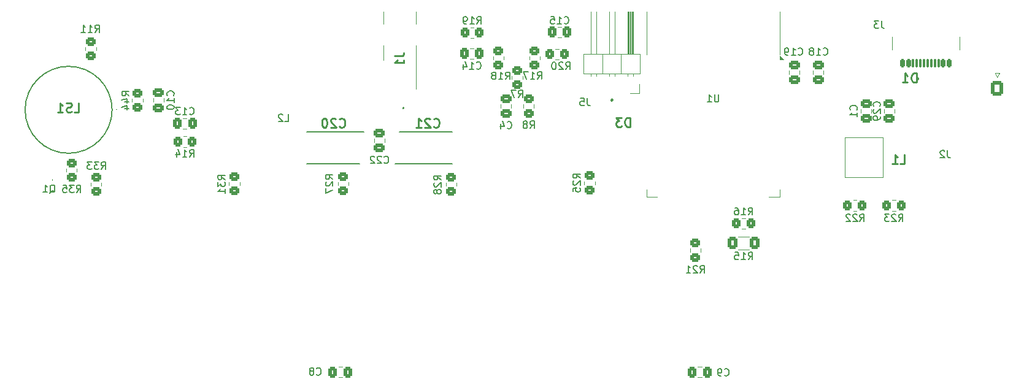
<source format=gbo>
G04 #@! TF.GenerationSoftware,KiCad,Pcbnew,8.0.5*
G04 #@! TF.CreationDate,2024-10-22T21:56:19+02:00*
G04 #@! TF.ProjectId,nixie_alarm_main_board,6e697869-655f-4616-9c61-726d5f6d6169,rev?*
G04 #@! TF.SameCoordinates,Original*
G04 #@! TF.FileFunction,Legend,Bot*
G04 #@! TF.FilePolarity,Positive*
%FSLAX46Y46*%
G04 Gerber Fmt 4.6, Leading zero omitted, Abs format (unit mm)*
G04 Created by KiCad (PCBNEW 8.0.5) date 2024-10-22 21:56:19*
%MOMM*%
%LPD*%
G01*
G04 APERTURE LIST*
G04 Aperture macros list*
%AMRoundRect*
0 Rectangle with rounded corners*
0 $1 Rounding radius*
0 $2 $3 $4 $5 $6 $7 $8 $9 X,Y pos of 4 corners*
0 Add a 4 corners polygon primitive as box body*
4,1,4,$2,$3,$4,$5,$6,$7,$8,$9,$2,$3,0*
0 Add four circle primitives for the rounded corners*
1,1,$1+$1,$2,$3*
1,1,$1+$1,$4,$5*
1,1,$1+$1,$6,$7*
1,1,$1+$1,$8,$9*
0 Add four rect primitives between the rounded corners*
20,1,$1+$1,$2,$3,$4,$5,0*
20,1,$1+$1,$4,$5,$6,$7,0*
20,1,$1+$1,$6,$7,$8,$9,0*
20,1,$1+$1,$8,$9,$2,$3,0*%
G04 Aperture macros list end*
%ADD10C,0.150000*%
%ADD11C,0.254000*%
%ADD12C,0.120000*%
%ADD13C,0.100000*%
%ADD14C,0.250000*%
%ADD15C,0.200000*%
%ADD16C,0.700000*%
%ADD17C,1.524000*%
%ADD18C,0.800000*%
%ADD19C,6.400000*%
%ADD20C,1.800000*%
%ADD21C,4.572000*%
%ADD22RoundRect,0.250000X-0.475000X0.337500X-0.475000X-0.337500X0.475000X-0.337500X0.475000X0.337500X0*%
%ADD23R,0.400000X0.450000*%
%ADD24R,0.500000X0.450000*%
%ADD25RoundRect,0.250000X0.450000X-0.350000X0.450000X0.350000X-0.450000X0.350000X-0.450000X-0.350000X0*%
%ADD26RoundRect,0.250000X-0.450000X0.350000X-0.450000X-0.350000X0.450000X-0.350000X0.450000X0.350000X0*%
%ADD27RoundRect,0.250000X0.337500X0.475000X-0.337500X0.475000X-0.337500X-0.475000X0.337500X-0.475000X0*%
%ADD28R,2.900000X5.400000*%
%ADD29R,0.250000X0.750000*%
%ADD30R,2.300000X2.500000*%
%ADD31R,1.250000X4.700000*%
%ADD32RoundRect,0.250000X0.350000X0.450000X-0.350000X0.450000X-0.350000X-0.450000X0.350000X-0.450000X0*%
%ADD33R,1.700000X1.700000*%
%ADD34O,1.700000X1.700000*%
%ADD35RoundRect,0.250000X0.475000X-0.337500X0.475000X0.337500X-0.475000X0.337500X-0.475000X-0.337500X0*%
%ADD36RoundRect,0.250000X-0.350000X-0.450000X0.350000X-0.450000X0.350000X0.450000X-0.350000X0.450000X0*%
%ADD37RoundRect,0.250000X-0.337500X-0.475000X0.337500X-0.475000X0.337500X0.475000X-0.337500X0.475000X0*%
%ADD38RoundRect,0.250000X-0.400000X-0.625000X0.400000X-0.625000X0.400000X0.625000X-0.400000X0.625000X0*%
%ADD39RoundRect,0.250000X0.600000X0.725000X-0.600000X0.725000X-0.600000X-0.725000X0.600000X-0.725000X0*%
%ADD40O,1.700000X1.950000*%
%ADD41C,1.410000*%
%ADD42C,1.300000*%
%ADD43R,1.800000X1.700000*%
%ADD44R,2.100000X1.800000*%
%ADD45R,1.700000X1.800000*%
%ADD46R,1.500000X0.900000*%
%ADD47R,0.900000X1.500000*%
%ADD48C,0.600000*%
%ADD49R,3.900000X3.900000*%
%ADD50C,0.650000*%
%ADD51RoundRect,0.150000X-0.150000X-0.425000X0.150000X-0.425000X0.150000X0.425000X-0.150000X0.425000X0*%
%ADD52RoundRect,0.075000X-0.075000X-0.500000X0.075000X-0.500000X0.075000X0.500000X-0.075000X0.500000X0*%
%ADD53O,1.000000X1.800000*%
%ADD54O,1.000000X2.100000*%
G04 APERTURE END LIST*
D10*
X197692857Y-79787580D02*
X197740476Y-79835200D01*
X197740476Y-79835200D02*
X197883333Y-79882819D01*
X197883333Y-79882819D02*
X197978571Y-79882819D01*
X197978571Y-79882819D02*
X198121428Y-79835200D01*
X198121428Y-79835200D02*
X198216666Y-79739961D01*
X198216666Y-79739961D02*
X198264285Y-79644723D01*
X198264285Y-79644723D02*
X198311904Y-79454247D01*
X198311904Y-79454247D02*
X198311904Y-79311390D01*
X198311904Y-79311390D02*
X198264285Y-79120914D01*
X198264285Y-79120914D02*
X198216666Y-79025676D01*
X198216666Y-79025676D02*
X198121428Y-78930438D01*
X198121428Y-78930438D02*
X197978571Y-78882819D01*
X197978571Y-78882819D02*
X197883333Y-78882819D01*
X197883333Y-78882819D02*
X197740476Y-78930438D01*
X197740476Y-78930438D02*
X197692857Y-78978057D01*
X196740476Y-79882819D02*
X197311904Y-79882819D01*
X197026190Y-79882819D02*
X197026190Y-78882819D01*
X197026190Y-78882819D02*
X197121428Y-79025676D01*
X197121428Y-79025676D02*
X197216666Y-79120914D01*
X197216666Y-79120914D02*
X197311904Y-79168533D01*
X196169047Y-79311390D02*
X196264285Y-79263771D01*
X196264285Y-79263771D02*
X196311904Y-79216152D01*
X196311904Y-79216152D02*
X196359523Y-79120914D01*
X196359523Y-79120914D02*
X196359523Y-79073295D01*
X196359523Y-79073295D02*
X196311904Y-78978057D01*
X196311904Y-78978057D02*
X196264285Y-78930438D01*
X196264285Y-78930438D02*
X196169047Y-78882819D01*
X196169047Y-78882819D02*
X195978571Y-78882819D01*
X195978571Y-78882819D02*
X195883333Y-78930438D01*
X195883333Y-78930438D02*
X195835714Y-78978057D01*
X195835714Y-78978057D02*
X195788095Y-79073295D01*
X195788095Y-79073295D02*
X195788095Y-79120914D01*
X195788095Y-79120914D02*
X195835714Y-79216152D01*
X195835714Y-79216152D02*
X195883333Y-79263771D01*
X195883333Y-79263771D02*
X195978571Y-79311390D01*
X195978571Y-79311390D02*
X196169047Y-79311390D01*
X196169047Y-79311390D02*
X196264285Y-79359009D01*
X196264285Y-79359009D02*
X196311904Y-79406628D01*
X196311904Y-79406628D02*
X196359523Y-79501866D01*
X196359523Y-79501866D02*
X196359523Y-79692342D01*
X196359523Y-79692342D02*
X196311904Y-79787580D01*
X196311904Y-79787580D02*
X196264285Y-79835200D01*
X196264285Y-79835200D02*
X196169047Y-79882819D01*
X196169047Y-79882819D02*
X195978571Y-79882819D01*
X195978571Y-79882819D02*
X195883333Y-79835200D01*
X195883333Y-79835200D02*
X195835714Y-79787580D01*
X195835714Y-79787580D02*
X195788095Y-79692342D01*
X195788095Y-79692342D02*
X195788095Y-79501866D01*
X195788095Y-79501866D02*
X195835714Y-79406628D01*
X195835714Y-79406628D02*
X195883333Y-79359009D01*
X195883333Y-79359009D02*
X195978571Y-79311390D01*
X90945238Y-98900057D02*
X91040476Y-98852438D01*
X91040476Y-98852438D02*
X91135714Y-98757200D01*
X91135714Y-98757200D02*
X91278571Y-98614342D01*
X91278571Y-98614342D02*
X91373809Y-98566723D01*
X91373809Y-98566723D02*
X91469047Y-98566723D01*
X91421428Y-98804819D02*
X91516666Y-98757200D01*
X91516666Y-98757200D02*
X91611904Y-98661961D01*
X91611904Y-98661961D02*
X91659523Y-98471485D01*
X91659523Y-98471485D02*
X91659523Y-98138152D01*
X91659523Y-98138152D02*
X91611904Y-97947676D01*
X91611904Y-97947676D02*
X91516666Y-97852438D01*
X91516666Y-97852438D02*
X91421428Y-97804819D01*
X91421428Y-97804819D02*
X91230952Y-97804819D01*
X91230952Y-97804819D02*
X91135714Y-97852438D01*
X91135714Y-97852438D02*
X91040476Y-97947676D01*
X91040476Y-97947676D02*
X90992857Y-98138152D01*
X90992857Y-98138152D02*
X90992857Y-98471485D01*
X90992857Y-98471485D02*
X91040476Y-98661961D01*
X91040476Y-98661961D02*
X91135714Y-98757200D01*
X91135714Y-98757200D02*
X91230952Y-98804819D01*
X91230952Y-98804819D02*
X91421428Y-98804819D01*
X90040476Y-98804819D02*
X90611904Y-98804819D01*
X90326190Y-98804819D02*
X90326190Y-97804819D01*
X90326190Y-97804819D02*
X90421428Y-97947676D01*
X90421428Y-97947676D02*
X90516666Y-98042914D01*
X90516666Y-98042914D02*
X90611904Y-98090533D01*
X154066666Y-89937580D02*
X154114285Y-89985200D01*
X154114285Y-89985200D02*
X154257142Y-90032819D01*
X154257142Y-90032819D02*
X154352380Y-90032819D01*
X154352380Y-90032819D02*
X154495237Y-89985200D01*
X154495237Y-89985200D02*
X154590475Y-89889961D01*
X154590475Y-89889961D02*
X154638094Y-89794723D01*
X154638094Y-89794723D02*
X154685713Y-89604247D01*
X154685713Y-89604247D02*
X154685713Y-89461390D01*
X154685713Y-89461390D02*
X154638094Y-89270914D01*
X154638094Y-89270914D02*
X154590475Y-89175676D01*
X154590475Y-89175676D02*
X154495237Y-89080438D01*
X154495237Y-89080438D02*
X154352380Y-89032819D01*
X154352380Y-89032819D02*
X154257142Y-89032819D01*
X154257142Y-89032819D02*
X154114285Y-89080438D01*
X154114285Y-89080438D02*
X154066666Y-89128057D01*
X153209523Y-89366152D02*
X153209523Y-90032819D01*
X153447618Y-88985200D02*
X153685713Y-89699485D01*
X153685713Y-89699485D02*
X153066666Y-89699485D01*
X94642857Y-98832819D02*
X94976190Y-98356628D01*
X95214285Y-98832819D02*
X95214285Y-97832819D01*
X95214285Y-97832819D02*
X94833333Y-97832819D01*
X94833333Y-97832819D02*
X94738095Y-97880438D01*
X94738095Y-97880438D02*
X94690476Y-97928057D01*
X94690476Y-97928057D02*
X94642857Y-98023295D01*
X94642857Y-98023295D02*
X94642857Y-98166152D01*
X94642857Y-98166152D02*
X94690476Y-98261390D01*
X94690476Y-98261390D02*
X94738095Y-98309009D01*
X94738095Y-98309009D02*
X94833333Y-98356628D01*
X94833333Y-98356628D02*
X95214285Y-98356628D01*
X94309523Y-97832819D02*
X93690476Y-97832819D01*
X93690476Y-97832819D02*
X94023809Y-98213771D01*
X94023809Y-98213771D02*
X93880952Y-98213771D01*
X93880952Y-98213771D02*
X93785714Y-98261390D01*
X93785714Y-98261390D02*
X93738095Y-98309009D01*
X93738095Y-98309009D02*
X93690476Y-98404247D01*
X93690476Y-98404247D02*
X93690476Y-98642342D01*
X93690476Y-98642342D02*
X93738095Y-98737580D01*
X93738095Y-98737580D02*
X93785714Y-98785200D01*
X93785714Y-98785200D02*
X93880952Y-98832819D01*
X93880952Y-98832819D02*
X94166666Y-98832819D01*
X94166666Y-98832819D02*
X94261904Y-98785200D01*
X94261904Y-98785200D02*
X94309523Y-98737580D01*
X92785714Y-97832819D02*
X93261904Y-97832819D01*
X93261904Y-97832819D02*
X93309523Y-98309009D01*
X93309523Y-98309009D02*
X93261904Y-98261390D01*
X93261904Y-98261390D02*
X93166666Y-98213771D01*
X93166666Y-98213771D02*
X92928571Y-98213771D01*
X92928571Y-98213771D02*
X92833333Y-98261390D01*
X92833333Y-98261390D02*
X92785714Y-98309009D01*
X92785714Y-98309009D02*
X92738095Y-98404247D01*
X92738095Y-98404247D02*
X92738095Y-98642342D01*
X92738095Y-98642342D02*
X92785714Y-98737580D01*
X92785714Y-98737580D02*
X92833333Y-98785200D01*
X92833333Y-98785200D02*
X92928571Y-98832819D01*
X92928571Y-98832819D02*
X93166666Y-98832819D01*
X93166666Y-98832819D02*
X93261904Y-98785200D01*
X93261904Y-98785200D02*
X93309523Y-98737580D01*
X108009580Y-85457142D02*
X108057200Y-85409523D01*
X108057200Y-85409523D02*
X108104819Y-85266666D01*
X108104819Y-85266666D02*
X108104819Y-85171428D01*
X108104819Y-85171428D02*
X108057200Y-85028571D01*
X108057200Y-85028571D02*
X107961961Y-84933333D01*
X107961961Y-84933333D02*
X107866723Y-84885714D01*
X107866723Y-84885714D02*
X107676247Y-84838095D01*
X107676247Y-84838095D02*
X107533390Y-84838095D01*
X107533390Y-84838095D02*
X107342914Y-84885714D01*
X107342914Y-84885714D02*
X107247676Y-84933333D01*
X107247676Y-84933333D02*
X107152438Y-85028571D01*
X107152438Y-85028571D02*
X107104819Y-85171428D01*
X107104819Y-85171428D02*
X107104819Y-85266666D01*
X107104819Y-85266666D02*
X107152438Y-85409523D01*
X107152438Y-85409523D02*
X107200057Y-85457142D01*
X108104819Y-86409523D02*
X108104819Y-85838095D01*
X108104819Y-86123809D02*
X107104819Y-86123809D01*
X107104819Y-86123809D02*
X107247676Y-86028571D01*
X107247676Y-86028571D02*
X107342914Y-85933333D01*
X107342914Y-85933333D02*
X107390533Y-85838095D01*
X107104819Y-87028571D02*
X107104819Y-87123809D01*
X107104819Y-87123809D02*
X107152438Y-87219047D01*
X107152438Y-87219047D02*
X107200057Y-87266666D01*
X107200057Y-87266666D02*
X107295295Y-87314285D01*
X107295295Y-87314285D02*
X107485771Y-87361904D01*
X107485771Y-87361904D02*
X107723866Y-87361904D01*
X107723866Y-87361904D02*
X107914342Y-87314285D01*
X107914342Y-87314285D02*
X108009580Y-87266666D01*
X108009580Y-87266666D02*
X108057200Y-87219047D01*
X108057200Y-87219047D02*
X108104819Y-87123809D01*
X108104819Y-87123809D02*
X108104819Y-87028571D01*
X108104819Y-87028571D02*
X108057200Y-86933333D01*
X108057200Y-86933333D02*
X108009580Y-86885714D01*
X108009580Y-86885714D02*
X107914342Y-86838095D01*
X107914342Y-86838095D02*
X107723866Y-86790476D01*
X107723866Y-86790476D02*
X107485771Y-86790476D01*
X107485771Y-86790476D02*
X107295295Y-86838095D01*
X107295295Y-86838095D02*
X107200057Y-86885714D01*
X107200057Y-86885714D02*
X107152438Y-86933333D01*
X107152438Y-86933333D02*
X107104819Y-87028571D01*
X144954819Y-97107142D02*
X144478628Y-96773809D01*
X144954819Y-96535714D02*
X143954819Y-96535714D01*
X143954819Y-96535714D02*
X143954819Y-96916666D01*
X143954819Y-96916666D02*
X144002438Y-97011904D01*
X144002438Y-97011904D02*
X144050057Y-97059523D01*
X144050057Y-97059523D02*
X144145295Y-97107142D01*
X144145295Y-97107142D02*
X144288152Y-97107142D01*
X144288152Y-97107142D02*
X144383390Y-97059523D01*
X144383390Y-97059523D02*
X144431009Y-97011904D01*
X144431009Y-97011904D02*
X144478628Y-96916666D01*
X144478628Y-96916666D02*
X144478628Y-96535714D01*
X144050057Y-97488095D02*
X144002438Y-97535714D01*
X144002438Y-97535714D02*
X143954819Y-97630952D01*
X143954819Y-97630952D02*
X143954819Y-97869047D01*
X143954819Y-97869047D02*
X144002438Y-97964285D01*
X144002438Y-97964285D02*
X144050057Y-98011904D01*
X144050057Y-98011904D02*
X144145295Y-98059523D01*
X144145295Y-98059523D02*
X144240533Y-98059523D01*
X144240533Y-98059523D02*
X144383390Y-98011904D01*
X144383390Y-98011904D02*
X144954819Y-97440476D01*
X144954819Y-97440476D02*
X144954819Y-98059523D01*
X144383390Y-98630952D02*
X144335771Y-98535714D01*
X144335771Y-98535714D02*
X144288152Y-98488095D01*
X144288152Y-98488095D02*
X144192914Y-98440476D01*
X144192914Y-98440476D02*
X144145295Y-98440476D01*
X144145295Y-98440476D02*
X144050057Y-98488095D01*
X144050057Y-98488095D02*
X144002438Y-98535714D01*
X144002438Y-98535714D02*
X143954819Y-98630952D01*
X143954819Y-98630952D02*
X143954819Y-98821428D01*
X143954819Y-98821428D02*
X144002438Y-98916666D01*
X144002438Y-98916666D02*
X144050057Y-98964285D01*
X144050057Y-98964285D02*
X144145295Y-99011904D01*
X144145295Y-99011904D02*
X144192914Y-99011904D01*
X144192914Y-99011904D02*
X144288152Y-98964285D01*
X144288152Y-98964285D02*
X144335771Y-98916666D01*
X144335771Y-98916666D02*
X144383390Y-98821428D01*
X144383390Y-98821428D02*
X144383390Y-98630952D01*
X144383390Y-98630952D02*
X144431009Y-98535714D01*
X144431009Y-98535714D02*
X144478628Y-98488095D01*
X144478628Y-98488095D02*
X144573866Y-98440476D01*
X144573866Y-98440476D02*
X144764342Y-98440476D01*
X144764342Y-98440476D02*
X144859580Y-98488095D01*
X144859580Y-98488095D02*
X144907200Y-98535714D01*
X144907200Y-98535714D02*
X144954819Y-98630952D01*
X144954819Y-98630952D02*
X144954819Y-98821428D01*
X144954819Y-98821428D02*
X144907200Y-98916666D01*
X144907200Y-98916666D02*
X144859580Y-98964285D01*
X144859580Y-98964285D02*
X144764342Y-99011904D01*
X144764342Y-99011904D02*
X144573866Y-99011904D01*
X144573866Y-99011904D02*
X144478628Y-98964285D01*
X144478628Y-98964285D02*
X144431009Y-98916666D01*
X144431009Y-98916666D02*
X144383390Y-98821428D01*
X110242857Y-88007580D02*
X110290476Y-88055200D01*
X110290476Y-88055200D02*
X110433333Y-88102819D01*
X110433333Y-88102819D02*
X110528571Y-88102819D01*
X110528571Y-88102819D02*
X110671428Y-88055200D01*
X110671428Y-88055200D02*
X110766666Y-87959961D01*
X110766666Y-87959961D02*
X110814285Y-87864723D01*
X110814285Y-87864723D02*
X110861904Y-87674247D01*
X110861904Y-87674247D02*
X110861904Y-87531390D01*
X110861904Y-87531390D02*
X110814285Y-87340914D01*
X110814285Y-87340914D02*
X110766666Y-87245676D01*
X110766666Y-87245676D02*
X110671428Y-87150438D01*
X110671428Y-87150438D02*
X110528571Y-87102819D01*
X110528571Y-87102819D02*
X110433333Y-87102819D01*
X110433333Y-87102819D02*
X110290476Y-87150438D01*
X110290476Y-87150438D02*
X110242857Y-87198057D01*
X109290476Y-88102819D02*
X109861904Y-88102819D01*
X109576190Y-88102819D02*
X109576190Y-87102819D01*
X109576190Y-87102819D02*
X109671428Y-87245676D01*
X109671428Y-87245676D02*
X109766666Y-87340914D01*
X109766666Y-87340914D02*
X109861904Y-87388533D01*
X108957142Y-87102819D02*
X108338095Y-87102819D01*
X108338095Y-87102819D02*
X108671428Y-87483771D01*
X108671428Y-87483771D02*
X108528571Y-87483771D01*
X108528571Y-87483771D02*
X108433333Y-87531390D01*
X108433333Y-87531390D02*
X108385714Y-87579009D01*
X108385714Y-87579009D02*
X108338095Y-87674247D01*
X108338095Y-87674247D02*
X108338095Y-87912342D01*
X108338095Y-87912342D02*
X108385714Y-88007580D01*
X108385714Y-88007580D02*
X108433333Y-88055200D01*
X108433333Y-88055200D02*
X108528571Y-88102819D01*
X108528571Y-88102819D02*
X108814285Y-88102819D01*
X108814285Y-88102819D02*
X108909523Y-88055200D01*
X108909523Y-88055200D02*
X108957142Y-88007580D01*
X123366666Y-89032819D02*
X123842856Y-89032819D01*
X123842856Y-89032819D02*
X123842856Y-88032819D01*
X123080951Y-88128057D02*
X123033332Y-88080438D01*
X123033332Y-88080438D02*
X122938094Y-88032819D01*
X122938094Y-88032819D02*
X122699999Y-88032819D01*
X122699999Y-88032819D02*
X122604761Y-88080438D01*
X122604761Y-88080438D02*
X122557142Y-88128057D01*
X122557142Y-88128057D02*
X122509523Y-88223295D01*
X122509523Y-88223295D02*
X122509523Y-88318533D01*
X122509523Y-88318533D02*
X122557142Y-88461390D01*
X122557142Y-88461390D02*
X123128570Y-89032819D01*
X123128570Y-89032819D02*
X122509523Y-89032819D01*
X137092857Y-94737580D02*
X137140476Y-94785200D01*
X137140476Y-94785200D02*
X137283333Y-94832819D01*
X137283333Y-94832819D02*
X137378571Y-94832819D01*
X137378571Y-94832819D02*
X137521428Y-94785200D01*
X137521428Y-94785200D02*
X137616666Y-94689961D01*
X137616666Y-94689961D02*
X137664285Y-94594723D01*
X137664285Y-94594723D02*
X137711904Y-94404247D01*
X137711904Y-94404247D02*
X137711904Y-94261390D01*
X137711904Y-94261390D02*
X137664285Y-94070914D01*
X137664285Y-94070914D02*
X137616666Y-93975676D01*
X137616666Y-93975676D02*
X137521428Y-93880438D01*
X137521428Y-93880438D02*
X137378571Y-93832819D01*
X137378571Y-93832819D02*
X137283333Y-93832819D01*
X137283333Y-93832819D02*
X137140476Y-93880438D01*
X137140476Y-93880438D02*
X137092857Y-93928057D01*
X136711904Y-93928057D02*
X136664285Y-93880438D01*
X136664285Y-93880438D02*
X136569047Y-93832819D01*
X136569047Y-93832819D02*
X136330952Y-93832819D01*
X136330952Y-93832819D02*
X136235714Y-93880438D01*
X136235714Y-93880438D02*
X136188095Y-93928057D01*
X136188095Y-93928057D02*
X136140476Y-94023295D01*
X136140476Y-94023295D02*
X136140476Y-94118533D01*
X136140476Y-94118533D02*
X136188095Y-94261390D01*
X136188095Y-94261390D02*
X136759523Y-94832819D01*
X136759523Y-94832819D02*
X136140476Y-94832819D01*
X135759523Y-93928057D02*
X135711904Y-93880438D01*
X135711904Y-93880438D02*
X135616666Y-93832819D01*
X135616666Y-93832819D02*
X135378571Y-93832819D01*
X135378571Y-93832819D02*
X135283333Y-93880438D01*
X135283333Y-93880438D02*
X135235714Y-93928057D01*
X135235714Y-93928057D02*
X135188095Y-94023295D01*
X135188095Y-94023295D02*
X135188095Y-94118533D01*
X135188095Y-94118533D02*
X135235714Y-94261390D01*
X135235714Y-94261390D02*
X135807142Y-94832819D01*
X135807142Y-94832819D02*
X135188095Y-94832819D01*
D11*
X210547381Y-83642318D02*
X210547381Y-82372318D01*
X210547381Y-82372318D02*
X210245000Y-82372318D01*
X210245000Y-82372318D02*
X210063571Y-82432794D01*
X210063571Y-82432794D02*
X209942619Y-82553746D01*
X209942619Y-82553746D02*
X209882142Y-82674699D01*
X209882142Y-82674699D02*
X209821666Y-82916603D01*
X209821666Y-82916603D02*
X209821666Y-83098032D01*
X209821666Y-83098032D02*
X209882142Y-83339937D01*
X209882142Y-83339937D02*
X209942619Y-83460889D01*
X209942619Y-83460889D02*
X210063571Y-83581842D01*
X210063571Y-83581842D02*
X210245000Y-83642318D01*
X210245000Y-83642318D02*
X210547381Y-83642318D01*
X208612142Y-83642318D02*
X209337857Y-83642318D01*
X208975000Y-83642318D02*
X208975000Y-82372318D01*
X208975000Y-82372318D02*
X209095952Y-82553746D01*
X209095952Y-82553746D02*
X209216904Y-82674699D01*
X209216904Y-82674699D02*
X209337857Y-82735175D01*
X130916428Y-89753365D02*
X130976904Y-89813842D01*
X130976904Y-89813842D02*
X131158333Y-89874318D01*
X131158333Y-89874318D02*
X131279285Y-89874318D01*
X131279285Y-89874318D02*
X131460714Y-89813842D01*
X131460714Y-89813842D02*
X131581666Y-89692889D01*
X131581666Y-89692889D02*
X131642143Y-89571937D01*
X131642143Y-89571937D02*
X131702619Y-89330032D01*
X131702619Y-89330032D02*
X131702619Y-89148603D01*
X131702619Y-89148603D02*
X131642143Y-88906699D01*
X131642143Y-88906699D02*
X131581666Y-88785746D01*
X131581666Y-88785746D02*
X131460714Y-88664794D01*
X131460714Y-88664794D02*
X131279285Y-88604318D01*
X131279285Y-88604318D02*
X131158333Y-88604318D01*
X131158333Y-88604318D02*
X130976904Y-88664794D01*
X130976904Y-88664794D02*
X130916428Y-88725270D01*
X130432619Y-88725270D02*
X130372143Y-88664794D01*
X130372143Y-88664794D02*
X130251190Y-88604318D01*
X130251190Y-88604318D02*
X129948809Y-88604318D01*
X129948809Y-88604318D02*
X129827857Y-88664794D01*
X129827857Y-88664794D02*
X129767381Y-88725270D01*
X129767381Y-88725270D02*
X129706904Y-88846222D01*
X129706904Y-88846222D02*
X129706904Y-88967175D01*
X129706904Y-88967175D02*
X129767381Y-89148603D01*
X129767381Y-89148603D02*
X130493095Y-89874318D01*
X130493095Y-89874318D02*
X129706904Y-89874318D01*
X128920714Y-88604318D02*
X128799761Y-88604318D01*
X128799761Y-88604318D02*
X128678809Y-88664794D01*
X128678809Y-88664794D02*
X128618333Y-88725270D01*
X128618333Y-88725270D02*
X128557857Y-88846222D01*
X128557857Y-88846222D02*
X128497380Y-89088127D01*
X128497380Y-89088127D02*
X128497380Y-89390508D01*
X128497380Y-89390508D02*
X128557857Y-89632413D01*
X128557857Y-89632413D02*
X128618333Y-89753365D01*
X128618333Y-89753365D02*
X128678809Y-89813842D01*
X128678809Y-89813842D02*
X128799761Y-89874318D01*
X128799761Y-89874318D02*
X128920714Y-89874318D01*
X128920714Y-89874318D02*
X129041666Y-89813842D01*
X129041666Y-89813842D02*
X129102142Y-89753365D01*
X129102142Y-89753365D02*
X129162619Y-89632413D01*
X129162619Y-89632413D02*
X129223095Y-89390508D01*
X129223095Y-89390508D02*
X129223095Y-89088127D01*
X129223095Y-89088127D02*
X129162619Y-88846222D01*
X129162619Y-88846222D02*
X129102142Y-88725270D01*
X129102142Y-88725270D02*
X129041666Y-88664794D01*
X129041666Y-88664794D02*
X128920714Y-88604318D01*
X208311666Y-94874318D02*
X208916428Y-94874318D01*
X208916428Y-94874318D02*
X208916428Y-93604318D01*
X207223094Y-94874318D02*
X207948809Y-94874318D01*
X207585952Y-94874318D02*
X207585952Y-93604318D01*
X207585952Y-93604318D02*
X207706904Y-93785746D01*
X207706904Y-93785746D02*
X207827856Y-93906699D01*
X207827856Y-93906699D02*
X207948809Y-93967175D01*
D10*
X187342857Y-101932819D02*
X187676190Y-101456628D01*
X187914285Y-101932819D02*
X187914285Y-100932819D01*
X187914285Y-100932819D02*
X187533333Y-100932819D01*
X187533333Y-100932819D02*
X187438095Y-100980438D01*
X187438095Y-100980438D02*
X187390476Y-101028057D01*
X187390476Y-101028057D02*
X187342857Y-101123295D01*
X187342857Y-101123295D02*
X187342857Y-101266152D01*
X187342857Y-101266152D02*
X187390476Y-101361390D01*
X187390476Y-101361390D02*
X187438095Y-101409009D01*
X187438095Y-101409009D02*
X187533333Y-101456628D01*
X187533333Y-101456628D02*
X187914285Y-101456628D01*
X186390476Y-101932819D02*
X186961904Y-101932819D01*
X186676190Y-101932819D02*
X186676190Y-100932819D01*
X186676190Y-100932819D02*
X186771428Y-101075676D01*
X186771428Y-101075676D02*
X186866666Y-101170914D01*
X186866666Y-101170914D02*
X186961904Y-101218533D01*
X185533333Y-100932819D02*
X185723809Y-100932819D01*
X185723809Y-100932819D02*
X185819047Y-100980438D01*
X185819047Y-100980438D02*
X185866666Y-101028057D01*
X185866666Y-101028057D02*
X185961904Y-101170914D01*
X185961904Y-101170914D02*
X186009523Y-101361390D01*
X186009523Y-101361390D02*
X186009523Y-101742342D01*
X186009523Y-101742342D02*
X185961904Y-101837580D01*
X185961904Y-101837580D02*
X185914285Y-101885200D01*
X185914285Y-101885200D02*
X185819047Y-101932819D01*
X185819047Y-101932819D02*
X185628571Y-101932819D01*
X185628571Y-101932819D02*
X185533333Y-101885200D01*
X185533333Y-101885200D02*
X185485714Y-101837580D01*
X185485714Y-101837580D02*
X185438095Y-101742342D01*
X185438095Y-101742342D02*
X185438095Y-101504247D01*
X185438095Y-101504247D02*
X185485714Y-101409009D01*
X185485714Y-101409009D02*
X185533333Y-101361390D01*
X185533333Y-101361390D02*
X185628571Y-101313771D01*
X185628571Y-101313771D02*
X185819047Y-101313771D01*
X185819047Y-101313771D02*
X185914285Y-101361390D01*
X185914285Y-101361390D02*
X185961904Y-101409009D01*
X185961904Y-101409009D02*
X186009523Y-101504247D01*
X165133333Y-85854819D02*
X165133333Y-86569104D01*
X165133333Y-86569104D02*
X165180952Y-86711961D01*
X165180952Y-86711961D02*
X165276190Y-86807200D01*
X165276190Y-86807200D02*
X165419047Y-86854819D01*
X165419047Y-86854819D02*
X165514285Y-86854819D01*
X164180952Y-85854819D02*
X164657142Y-85854819D01*
X164657142Y-85854819D02*
X164704761Y-86331009D01*
X164704761Y-86331009D02*
X164657142Y-86283390D01*
X164657142Y-86283390D02*
X164561904Y-86235771D01*
X164561904Y-86235771D02*
X164323809Y-86235771D01*
X164323809Y-86235771D02*
X164228571Y-86283390D01*
X164228571Y-86283390D02*
X164180952Y-86331009D01*
X164180952Y-86331009D02*
X164133333Y-86426247D01*
X164133333Y-86426247D02*
X164133333Y-86664342D01*
X164133333Y-86664342D02*
X164180952Y-86759580D01*
X164180952Y-86759580D02*
X164228571Y-86807200D01*
X164228571Y-86807200D02*
X164323809Y-86854819D01*
X164323809Y-86854819D02*
X164561904Y-86854819D01*
X164561904Y-86854819D02*
X164657142Y-86807200D01*
X164657142Y-86807200D02*
X164704761Y-86759580D01*
X157216666Y-89982819D02*
X157549999Y-89506628D01*
X157788094Y-89982819D02*
X157788094Y-88982819D01*
X157788094Y-88982819D02*
X157407142Y-88982819D01*
X157407142Y-88982819D02*
X157311904Y-89030438D01*
X157311904Y-89030438D02*
X157264285Y-89078057D01*
X157264285Y-89078057D02*
X157216666Y-89173295D01*
X157216666Y-89173295D02*
X157216666Y-89316152D01*
X157216666Y-89316152D02*
X157264285Y-89411390D01*
X157264285Y-89411390D02*
X157311904Y-89459009D01*
X157311904Y-89459009D02*
X157407142Y-89506628D01*
X157407142Y-89506628D02*
X157788094Y-89506628D01*
X156645237Y-89411390D02*
X156740475Y-89363771D01*
X156740475Y-89363771D02*
X156788094Y-89316152D01*
X156788094Y-89316152D02*
X156835713Y-89220914D01*
X156835713Y-89220914D02*
X156835713Y-89173295D01*
X156835713Y-89173295D02*
X156788094Y-89078057D01*
X156788094Y-89078057D02*
X156740475Y-89030438D01*
X156740475Y-89030438D02*
X156645237Y-88982819D01*
X156645237Y-88982819D02*
X156454761Y-88982819D01*
X156454761Y-88982819D02*
X156359523Y-89030438D01*
X156359523Y-89030438D02*
X156311904Y-89078057D01*
X156311904Y-89078057D02*
X156264285Y-89173295D01*
X156264285Y-89173295D02*
X156264285Y-89220914D01*
X156264285Y-89220914D02*
X156311904Y-89316152D01*
X156311904Y-89316152D02*
X156359523Y-89363771D01*
X156359523Y-89363771D02*
X156454761Y-89411390D01*
X156454761Y-89411390D02*
X156645237Y-89411390D01*
X156645237Y-89411390D02*
X156740475Y-89459009D01*
X156740475Y-89459009D02*
X156788094Y-89506628D01*
X156788094Y-89506628D02*
X156835713Y-89601866D01*
X156835713Y-89601866D02*
X156835713Y-89792342D01*
X156835713Y-89792342D02*
X156788094Y-89887580D01*
X156788094Y-89887580D02*
X156740475Y-89935200D01*
X156740475Y-89935200D02*
X156645237Y-89982819D01*
X156645237Y-89982819D02*
X156454761Y-89982819D01*
X156454761Y-89982819D02*
X156359523Y-89935200D01*
X156359523Y-89935200D02*
X156311904Y-89887580D01*
X156311904Y-89887580D02*
X156264285Y-89792342D01*
X156264285Y-89792342D02*
X156264285Y-89601866D01*
X156264285Y-89601866D02*
X156311904Y-89506628D01*
X156311904Y-89506628D02*
X156359523Y-89459009D01*
X156359523Y-89459009D02*
X156454761Y-89411390D01*
X153842857Y-83232819D02*
X154176190Y-82756628D01*
X154414285Y-83232819D02*
X154414285Y-82232819D01*
X154414285Y-82232819D02*
X154033333Y-82232819D01*
X154033333Y-82232819D02*
X153938095Y-82280438D01*
X153938095Y-82280438D02*
X153890476Y-82328057D01*
X153890476Y-82328057D02*
X153842857Y-82423295D01*
X153842857Y-82423295D02*
X153842857Y-82566152D01*
X153842857Y-82566152D02*
X153890476Y-82661390D01*
X153890476Y-82661390D02*
X153938095Y-82709009D01*
X153938095Y-82709009D02*
X154033333Y-82756628D01*
X154033333Y-82756628D02*
X154414285Y-82756628D01*
X152890476Y-83232819D02*
X153461904Y-83232819D01*
X153176190Y-83232819D02*
X153176190Y-82232819D01*
X153176190Y-82232819D02*
X153271428Y-82375676D01*
X153271428Y-82375676D02*
X153366666Y-82470914D01*
X153366666Y-82470914D02*
X153461904Y-82518533D01*
X152319047Y-82661390D02*
X152414285Y-82613771D01*
X152414285Y-82613771D02*
X152461904Y-82566152D01*
X152461904Y-82566152D02*
X152509523Y-82470914D01*
X152509523Y-82470914D02*
X152509523Y-82423295D01*
X152509523Y-82423295D02*
X152461904Y-82328057D01*
X152461904Y-82328057D02*
X152414285Y-82280438D01*
X152414285Y-82280438D02*
X152319047Y-82232819D01*
X152319047Y-82232819D02*
X152128571Y-82232819D01*
X152128571Y-82232819D02*
X152033333Y-82280438D01*
X152033333Y-82280438D02*
X151985714Y-82328057D01*
X151985714Y-82328057D02*
X151938095Y-82423295D01*
X151938095Y-82423295D02*
X151938095Y-82470914D01*
X151938095Y-82470914D02*
X151985714Y-82566152D01*
X151985714Y-82566152D02*
X152033333Y-82613771D01*
X152033333Y-82613771D02*
X152128571Y-82661390D01*
X152128571Y-82661390D02*
X152319047Y-82661390D01*
X152319047Y-82661390D02*
X152414285Y-82709009D01*
X152414285Y-82709009D02*
X152461904Y-82756628D01*
X152461904Y-82756628D02*
X152509523Y-82851866D01*
X152509523Y-82851866D02*
X152509523Y-83042342D01*
X152509523Y-83042342D02*
X152461904Y-83137580D01*
X152461904Y-83137580D02*
X152414285Y-83185200D01*
X152414285Y-83185200D02*
X152319047Y-83232819D01*
X152319047Y-83232819D02*
X152128571Y-83232819D01*
X152128571Y-83232819D02*
X152033333Y-83185200D01*
X152033333Y-83185200D02*
X151985714Y-83137580D01*
X151985714Y-83137580D02*
X151938095Y-83042342D01*
X151938095Y-83042342D02*
X151938095Y-82851866D01*
X151938095Y-82851866D02*
X151985714Y-82756628D01*
X151985714Y-82756628D02*
X152033333Y-82709009D01*
X152033333Y-82709009D02*
X152128571Y-82661390D01*
D11*
X171037381Y-89774318D02*
X171037381Y-88504318D01*
X171037381Y-88504318D02*
X170735000Y-88504318D01*
X170735000Y-88504318D02*
X170553571Y-88564794D01*
X170553571Y-88564794D02*
X170432619Y-88685746D01*
X170432619Y-88685746D02*
X170372142Y-88806699D01*
X170372142Y-88806699D02*
X170311666Y-89048603D01*
X170311666Y-89048603D02*
X170311666Y-89230032D01*
X170311666Y-89230032D02*
X170372142Y-89471937D01*
X170372142Y-89471937D02*
X170432619Y-89592889D01*
X170432619Y-89592889D02*
X170553571Y-89713842D01*
X170553571Y-89713842D02*
X170735000Y-89774318D01*
X170735000Y-89774318D02*
X171037381Y-89774318D01*
X169888333Y-88504318D02*
X169102142Y-88504318D01*
X169102142Y-88504318D02*
X169525476Y-88988127D01*
X169525476Y-88988127D02*
X169344047Y-88988127D01*
X169344047Y-88988127D02*
X169223095Y-89048603D01*
X169223095Y-89048603D02*
X169162619Y-89109080D01*
X169162619Y-89109080D02*
X169102142Y-89230032D01*
X169102142Y-89230032D02*
X169102142Y-89532413D01*
X169102142Y-89532413D02*
X169162619Y-89653365D01*
X169162619Y-89653365D02*
X169223095Y-89713842D01*
X169223095Y-89713842D02*
X169344047Y-89774318D01*
X169344047Y-89774318D02*
X169706904Y-89774318D01*
X169706904Y-89774318D02*
X169827857Y-89713842D01*
X169827857Y-89713842D02*
X169888333Y-89653365D01*
D10*
X194242857Y-79787580D02*
X194290476Y-79835200D01*
X194290476Y-79835200D02*
X194433333Y-79882819D01*
X194433333Y-79882819D02*
X194528571Y-79882819D01*
X194528571Y-79882819D02*
X194671428Y-79835200D01*
X194671428Y-79835200D02*
X194766666Y-79739961D01*
X194766666Y-79739961D02*
X194814285Y-79644723D01*
X194814285Y-79644723D02*
X194861904Y-79454247D01*
X194861904Y-79454247D02*
X194861904Y-79311390D01*
X194861904Y-79311390D02*
X194814285Y-79120914D01*
X194814285Y-79120914D02*
X194766666Y-79025676D01*
X194766666Y-79025676D02*
X194671428Y-78930438D01*
X194671428Y-78930438D02*
X194528571Y-78882819D01*
X194528571Y-78882819D02*
X194433333Y-78882819D01*
X194433333Y-78882819D02*
X194290476Y-78930438D01*
X194290476Y-78930438D02*
X194242857Y-78978057D01*
X193290476Y-79882819D02*
X193861904Y-79882819D01*
X193576190Y-79882819D02*
X193576190Y-78882819D01*
X193576190Y-78882819D02*
X193671428Y-79025676D01*
X193671428Y-79025676D02*
X193766666Y-79120914D01*
X193766666Y-79120914D02*
X193861904Y-79168533D01*
X192814285Y-79882819D02*
X192623809Y-79882819D01*
X192623809Y-79882819D02*
X192528571Y-79835200D01*
X192528571Y-79835200D02*
X192480952Y-79787580D01*
X192480952Y-79787580D02*
X192385714Y-79644723D01*
X192385714Y-79644723D02*
X192338095Y-79454247D01*
X192338095Y-79454247D02*
X192338095Y-79073295D01*
X192338095Y-79073295D02*
X192385714Y-78978057D01*
X192385714Y-78978057D02*
X192433333Y-78930438D01*
X192433333Y-78930438D02*
X192528571Y-78882819D01*
X192528571Y-78882819D02*
X192719047Y-78882819D01*
X192719047Y-78882819D02*
X192814285Y-78930438D01*
X192814285Y-78930438D02*
X192861904Y-78978057D01*
X192861904Y-78978057D02*
X192909523Y-79073295D01*
X192909523Y-79073295D02*
X192909523Y-79311390D01*
X192909523Y-79311390D02*
X192861904Y-79406628D01*
X192861904Y-79406628D02*
X192814285Y-79454247D01*
X192814285Y-79454247D02*
X192719047Y-79501866D01*
X192719047Y-79501866D02*
X192528571Y-79501866D01*
X192528571Y-79501866D02*
X192433333Y-79454247D01*
X192433333Y-79454247D02*
X192385714Y-79406628D01*
X192385714Y-79406628D02*
X192338095Y-79311390D01*
X110242857Y-93932819D02*
X110576190Y-93456628D01*
X110814285Y-93932819D02*
X110814285Y-92932819D01*
X110814285Y-92932819D02*
X110433333Y-92932819D01*
X110433333Y-92932819D02*
X110338095Y-92980438D01*
X110338095Y-92980438D02*
X110290476Y-93028057D01*
X110290476Y-93028057D02*
X110242857Y-93123295D01*
X110242857Y-93123295D02*
X110242857Y-93266152D01*
X110242857Y-93266152D02*
X110290476Y-93361390D01*
X110290476Y-93361390D02*
X110338095Y-93409009D01*
X110338095Y-93409009D02*
X110433333Y-93456628D01*
X110433333Y-93456628D02*
X110814285Y-93456628D01*
X109290476Y-93932819D02*
X109861904Y-93932819D01*
X109576190Y-93932819D02*
X109576190Y-92932819D01*
X109576190Y-92932819D02*
X109671428Y-93075676D01*
X109671428Y-93075676D02*
X109766666Y-93170914D01*
X109766666Y-93170914D02*
X109861904Y-93218533D01*
X108433333Y-93266152D02*
X108433333Y-93932819D01*
X108671428Y-92885200D02*
X108909523Y-93599485D01*
X108909523Y-93599485D02*
X108290476Y-93599485D01*
X202279580Y-87433333D02*
X202327200Y-87385714D01*
X202327200Y-87385714D02*
X202374819Y-87242857D01*
X202374819Y-87242857D02*
X202374819Y-87147619D01*
X202374819Y-87147619D02*
X202327200Y-87004762D01*
X202327200Y-87004762D02*
X202231961Y-86909524D01*
X202231961Y-86909524D02*
X202136723Y-86861905D01*
X202136723Y-86861905D02*
X201946247Y-86814286D01*
X201946247Y-86814286D02*
X201803390Y-86814286D01*
X201803390Y-86814286D02*
X201612914Y-86861905D01*
X201612914Y-86861905D02*
X201517676Y-86909524D01*
X201517676Y-86909524D02*
X201422438Y-87004762D01*
X201422438Y-87004762D02*
X201374819Y-87147619D01*
X201374819Y-87147619D02*
X201374819Y-87242857D01*
X201374819Y-87242857D02*
X201422438Y-87385714D01*
X201422438Y-87385714D02*
X201470057Y-87433333D01*
X202374819Y-88385714D02*
X202374819Y-87814286D01*
X202374819Y-88100000D02*
X201374819Y-88100000D01*
X201374819Y-88100000D02*
X201517676Y-88004762D01*
X201517676Y-88004762D02*
X201612914Y-87909524D01*
X201612914Y-87909524D02*
X201660533Y-87814286D01*
X130004819Y-97007142D02*
X129528628Y-96673809D01*
X130004819Y-96435714D02*
X129004819Y-96435714D01*
X129004819Y-96435714D02*
X129004819Y-96816666D01*
X129004819Y-96816666D02*
X129052438Y-96911904D01*
X129052438Y-96911904D02*
X129100057Y-96959523D01*
X129100057Y-96959523D02*
X129195295Y-97007142D01*
X129195295Y-97007142D02*
X129338152Y-97007142D01*
X129338152Y-97007142D02*
X129433390Y-96959523D01*
X129433390Y-96959523D02*
X129481009Y-96911904D01*
X129481009Y-96911904D02*
X129528628Y-96816666D01*
X129528628Y-96816666D02*
X129528628Y-96435714D01*
X129100057Y-97388095D02*
X129052438Y-97435714D01*
X129052438Y-97435714D02*
X129004819Y-97530952D01*
X129004819Y-97530952D02*
X129004819Y-97769047D01*
X129004819Y-97769047D02*
X129052438Y-97864285D01*
X129052438Y-97864285D02*
X129100057Y-97911904D01*
X129100057Y-97911904D02*
X129195295Y-97959523D01*
X129195295Y-97959523D02*
X129290533Y-97959523D01*
X129290533Y-97959523D02*
X129433390Y-97911904D01*
X129433390Y-97911904D02*
X130004819Y-97340476D01*
X130004819Y-97340476D02*
X130004819Y-97959523D01*
X129004819Y-98292857D02*
X129004819Y-98959523D01*
X129004819Y-98959523D02*
X130004819Y-98530952D01*
X208092857Y-102832819D02*
X208426190Y-102356628D01*
X208664285Y-102832819D02*
X208664285Y-101832819D01*
X208664285Y-101832819D02*
X208283333Y-101832819D01*
X208283333Y-101832819D02*
X208188095Y-101880438D01*
X208188095Y-101880438D02*
X208140476Y-101928057D01*
X208140476Y-101928057D02*
X208092857Y-102023295D01*
X208092857Y-102023295D02*
X208092857Y-102166152D01*
X208092857Y-102166152D02*
X208140476Y-102261390D01*
X208140476Y-102261390D02*
X208188095Y-102309009D01*
X208188095Y-102309009D02*
X208283333Y-102356628D01*
X208283333Y-102356628D02*
X208664285Y-102356628D01*
X207711904Y-101928057D02*
X207664285Y-101880438D01*
X207664285Y-101880438D02*
X207569047Y-101832819D01*
X207569047Y-101832819D02*
X207330952Y-101832819D01*
X207330952Y-101832819D02*
X207235714Y-101880438D01*
X207235714Y-101880438D02*
X207188095Y-101928057D01*
X207188095Y-101928057D02*
X207140476Y-102023295D01*
X207140476Y-102023295D02*
X207140476Y-102118533D01*
X207140476Y-102118533D02*
X207188095Y-102261390D01*
X207188095Y-102261390D02*
X207759523Y-102832819D01*
X207759523Y-102832819D02*
X207140476Y-102832819D01*
X206807142Y-101832819D02*
X206188095Y-101832819D01*
X206188095Y-101832819D02*
X206521428Y-102213771D01*
X206521428Y-102213771D02*
X206378571Y-102213771D01*
X206378571Y-102213771D02*
X206283333Y-102261390D01*
X206283333Y-102261390D02*
X206235714Y-102309009D01*
X206235714Y-102309009D02*
X206188095Y-102404247D01*
X206188095Y-102404247D02*
X206188095Y-102642342D01*
X206188095Y-102642342D02*
X206235714Y-102737580D01*
X206235714Y-102737580D02*
X206283333Y-102785200D01*
X206283333Y-102785200D02*
X206378571Y-102832819D01*
X206378571Y-102832819D02*
X206664285Y-102832819D01*
X206664285Y-102832819D02*
X206759523Y-102785200D01*
X206759523Y-102785200D02*
X206807142Y-102737580D01*
X184066666Y-124059580D02*
X184114285Y-124107200D01*
X184114285Y-124107200D02*
X184257142Y-124154819D01*
X184257142Y-124154819D02*
X184352380Y-124154819D01*
X184352380Y-124154819D02*
X184495237Y-124107200D01*
X184495237Y-124107200D02*
X184590475Y-124011961D01*
X184590475Y-124011961D02*
X184638094Y-123916723D01*
X184638094Y-123916723D02*
X184685713Y-123726247D01*
X184685713Y-123726247D02*
X184685713Y-123583390D01*
X184685713Y-123583390D02*
X184638094Y-123392914D01*
X184638094Y-123392914D02*
X184590475Y-123297676D01*
X184590475Y-123297676D02*
X184495237Y-123202438D01*
X184495237Y-123202438D02*
X184352380Y-123154819D01*
X184352380Y-123154819D02*
X184257142Y-123154819D01*
X184257142Y-123154819D02*
X184114285Y-123202438D01*
X184114285Y-123202438D02*
X184066666Y-123250057D01*
X183590475Y-124154819D02*
X183399999Y-124154819D01*
X183399999Y-124154819D02*
X183304761Y-124107200D01*
X183304761Y-124107200D02*
X183257142Y-124059580D01*
X183257142Y-124059580D02*
X183161904Y-123916723D01*
X183161904Y-123916723D02*
X183114285Y-123726247D01*
X183114285Y-123726247D02*
X183114285Y-123345295D01*
X183114285Y-123345295D02*
X183161904Y-123250057D01*
X183161904Y-123250057D02*
X183209523Y-123202438D01*
X183209523Y-123202438D02*
X183304761Y-123154819D01*
X183304761Y-123154819D02*
X183495237Y-123154819D01*
X183495237Y-123154819D02*
X183590475Y-123202438D01*
X183590475Y-123202438D02*
X183638094Y-123250057D01*
X183638094Y-123250057D02*
X183685713Y-123345295D01*
X183685713Y-123345295D02*
X183685713Y-123583390D01*
X183685713Y-123583390D02*
X183638094Y-123678628D01*
X183638094Y-123678628D02*
X183590475Y-123726247D01*
X183590475Y-123726247D02*
X183495237Y-123773866D01*
X183495237Y-123773866D02*
X183304761Y-123773866D01*
X183304761Y-123773866D02*
X183209523Y-123726247D01*
X183209523Y-123726247D02*
X183161904Y-123678628D01*
X183161904Y-123678628D02*
X183114285Y-123583390D01*
X187342857Y-108102819D02*
X187676190Y-107626628D01*
X187914285Y-108102819D02*
X187914285Y-107102819D01*
X187914285Y-107102819D02*
X187533333Y-107102819D01*
X187533333Y-107102819D02*
X187438095Y-107150438D01*
X187438095Y-107150438D02*
X187390476Y-107198057D01*
X187390476Y-107198057D02*
X187342857Y-107293295D01*
X187342857Y-107293295D02*
X187342857Y-107436152D01*
X187342857Y-107436152D02*
X187390476Y-107531390D01*
X187390476Y-107531390D02*
X187438095Y-107579009D01*
X187438095Y-107579009D02*
X187533333Y-107626628D01*
X187533333Y-107626628D02*
X187914285Y-107626628D01*
X186390476Y-108102819D02*
X186961904Y-108102819D01*
X186676190Y-108102819D02*
X186676190Y-107102819D01*
X186676190Y-107102819D02*
X186771428Y-107245676D01*
X186771428Y-107245676D02*
X186866666Y-107340914D01*
X186866666Y-107340914D02*
X186961904Y-107388533D01*
X185485714Y-107102819D02*
X185961904Y-107102819D01*
X185961904Y-107102819D02*
X186009523Y-107579009D01*
X186009523Y-107579009D02*
X185961904Y-107531390D01*
X185961904Y-107531390D02*
X185866666Y-107483771D01*
X185866666Y-107483771D02*
X185628571Y-107483771D01*
X185628571Y-107483771D02*
X185533333Y-107531390D01*
X185533333Y-107531390D02*
X185485714Y-107579009D01*
X185485714Y-107579009D02*
X185438095Y-107674247D01*
X185438095Y-107674247D02*
X185438095Y-107912342D01*
X185438095Y-107912342D02*
X185485714Y-108007580D01*
X185485714Y-108007580D02*
X185533333Y-108055200D01*
X185533333Y-108055200D02*
X185628571Y-108102819D01*
X185628571Y-108102819D02*
X185866666Y-108102819D01*
X185866666Y-108102819D02*
X185961904Y-108055200D01*
X185961904Y-108055200D02*
X186009523Y-108007580D01*
X155616665Y-85732820D02*
X155949998Y-85256629D01*
X156188093Y-85732820D02*
X156188093Y-84732820D01*
X156188093Y-84732820D02*
X155807141Y-84732820D01*
X155807141Y-84732820D02*
X155711903Y-84780439D01*
X155711903Y-84780439D02*
X155664284Y-84828058D01*
X155664284Y-84828058D02*
X155616665Y-84923296D01*
X155616665Y-84923296D02*
X155616665Y-85066153D01*
X155616665Y-85066153D02*
X155664284Y-85161391D01*
X155664284Y-85161391D02*
X155711903Y-85209010D01*
X155711903Y-85209010D02*
X155807141Y-85256629D01*
X155807141Y-85256629D02*
X156188093Y-85256629D01*
X155283331Y-84732820D02*
X154616665Y-84732820D01*
X154616665Y-84732820D02*
X155045236Y-85732820D01*
X101904819Y-85487142D02*
X101428628Y-85153809D01*
X101904819Y-84915714D02*
X100904819Y-84915714D01*
X100904819Y-84915714D02*
X100904819Y-85296666D01*
X100904819Y-85296666D02*
X100952438Y-85391904D01*
X100952438Y-85391904D02*
X101000057Y-85439523D01*
X101000057Y-85439523D02*
X101095295Y-85487142D01*
X101095295Y-85487142D02*
X101238152Y-85487142D01*
X101238152Y-85487142D02*
X101333390Y-85439523D01*
X101333390Y-85439523D02*
X101381009Y-85391904D01*
X101381009Y-85391904D02*
X101428628Y-85296666D01*
X101428628Y-85296666D02*
X101428628Y-84915714D01*
X101238152Y-86344285D02*
X101904819Y-86344285D01*
X100857200Y-86106190D02*
X101571485Y-85868095D01*
X101571485Y-85868095D02*
X101571485Y-86487142D01*
X101238152Y-87296666D02*
X101904819Y-87296666D01*
X100857200Y-87058571D02*
X101571485Y-86820476D01*
X101571485Y-86820476D02*
X101571485Y-87439523D01*
X202742857Y-102832819D02*
X203076190Y-102356628D01*
X203314285Y-102832819D02*
X203314285Y-101832819D01*
X203314285Y-101832819D02*
X202933333Y-101832819D01*
X202933333Y-101832819D02*
X202838095Y-101880438D01*
X202838095Y-101880438D02*
X202790476Y-101928057D01*
X202790476Y-101928057D02*
X202742857Y-102023295D01*
X202742857Y-102023295D02*
X202742857Y-102166152D01*
X202742857Y-102166152D02*
X202790476Y-102261390D01*
X202790476Y-102261390D02*
X202838095Y-102309009D01*
X202838095Y-102309009D02*
X202933333Y-102356628D01*
X202933333Y-102356628D02*
X203314285Y-102356628D01*
X202361904Y-101928057D02*
X202314285Y-101880438D01*
X202314285Y-101880438D02*
X202219047Y-101832819D01*
X202219047Y-101832819D02*
X201980952Y-101832819D01*
X201980952Y-101832819D02*
X201885714Y-101880438D01*
X201885714Y-101880438D02*
X201838095Y-101928057D01*
X201838095Y-101928057D02*
X201790476Y-102023295D01*
X201790476Y-102023295D02*
X201790476Y-102118533D01*
X201790476Y-102118533D02*
X201838095Y-102261390D01*
X201838095Y-102261390D02*
X202409523Y-102832819D01*
X202409523Y-102832819D02*
X201790476Y-102832819D01*
X201409523Y-101928057D02*
X201361904Y-101880438D01*
X201361904Y-101880438D02*
X201266666Y-101832819D01*
X201266666Y-101832819D02*
X201028571Y-101832819D01*
X201028571Y-101832819D02*
X200933333Y-101880438D01*
X200933333Y-101880438D02*
X200885714Y-101928057D01*
X200885714Y-101928057D02*
X200838095Y-102023295D01*
X200838095Y-102023295D02*
X200838095Y-102118533D01*
X200838095Y-102118533D02*
X200885714Y-102261390D01*
X200885714Y-102261390D02*
X201457142Y-102832819D01*
X201457142Y-102832819D02*
X200838095Y-102832819D01*
X161942857Y-75459580D02*
X161990476Y-75507200D01*
X161990476Y-75507200D02*
X162133333Y-75554819D01*
X162133333Y-75554819D02*
X162228571Y-75554819D01*
X162228571Y-75554819D02*
X162371428Y-75507200D01*
X162371428Y-75507200D02*
X162466666Y-75411961D01*
X162466666Y-75411961D02*
X162514285Y-75316723D01*
X162514285Y-75316723D02*
X162561904Y-75126247D01*
X162561904Y-75126247D02*
X162561904Y-74983390D01*
X162561904Y-74983390D02*
X162514285Y-74792914D01*
X162514285Y-74792914D02*
X162466666Y-74697676D01*
X162466666Y-74697676D02*
X162371428Y-74602438D01*
X162371428Y-74602438D02*
X162228571Y-74554819D01*
X162228571Y-74554819D02*
X162133333Y-74554819D01*
X162133333Y-74554819D02*
X161990476Y-74602438D01*
X161990476Y-74602438D02*
X161942857Y-74650057D01*
X160990476Y-75554819D02*
X161561904Y-75554819D01*
X161276190Y-75554819D02*
X161276190Y-74554819D01*
X161276190Y-74554819D02*
X161371428Y-74697676D01*
X161371428Y-74697676D02*
X161466666Y-74792914D01*
X161466666Y-74792914D02*
X161561904Y-74840533D01*
X160085714Y-74554819D02*
X160561904Y-74554819D01*
X160561904Y-74554819D02*
X160609523Y-75031009D01*
X160609523Y-75031009D02*
X160561904Y-74983390D01*
X160561904Y-74983390D02*
X160466666Y-74935771D01*
X160466666Y-74935771D02*
X160228571Y-74935771D01*
X160228571Y-74935771D02*
X160133333Y-74983390D01*
X160133333Y-74983390D02*
X160085714Y-75031009D01*
X160085714Y-75031009D02*
X160038095Y-75126247D01*
X160038095Y-75126247D02*
X160038095Y-75364342D01*
X160038095Y-75364342D02*
X160085714Y-75459580D01*
X160085714Y-75459580D02*
X160133333Y-75507200D01*
X160133333Y-75507200D02*
X160228571Y-75554819D01*
X160228571Y-75554819D02*
X160466666Y-75554819D01*
X160466666Y-75554819D02*
X160561904Y-75507200D01*
X160561904Y-75507200D02*
X160609523Y-75459580D01*
X180692857Y-109932819D02*
X181026190Y-109456628D01*
X181264285Y-109932819D02*
X181264285Y-108932819D01*
X181264285Y-108932819D02*
X180883333Y-108932819D01*
X180883333Y-108932819D02*
X180788095Y-108980438D01*
X180788095Y-108980438D02*
X180740476Y-109028057D01*
X180740476Y-109028057D02*
X180692857Y-109123295D01*
X180692857Y-109123295D02*
X180692857Y-109266152D01*
X180692857Y-109266152D02*
X180740476Y-109361390D01*
X180740476Y-109361390D02*
X180788095Y-109409009D01*
X180788095Y-109409009D02*
X180883333Y-109456628D01*
X180883333Y-109456628D02*
X181264285Y-109456628D01*
X180311904Y-109028057D02*
X180264285Y-108980438D01*
X180264285Y-108980438D02*
X180169047Y-108932819D01*
X180169047Y-108932819D02*
X179930952Y-108932819D01*
X179930952Y-108932819D02*
X179835714Y-108980438D01*
X179835714Y-108980438D02*
X179788095Y-109028057D01*
X179788095Y-109028057D02*
X179740476Y-109123295D01*
X179740476Y-109123295D02*
X179740476Y-109218533D01*
X179740476Y-109218533D02*
X179788095Y-109361390D01*
X179788095Y-109361390D02*
X180359523Y-109932819D01*
X180359523Y-109932819D02*
X179740476Y-109932819D01*
X178788095Y-109932819D02*
X179359523Y-109932819D01*
X179073809Y-109932819D02*
X179073809Y-108932819D01*
X179073809Y-108932819D02*
X179169047Y-109075676D01*
X179169047Y-109075676D02*
X179264285Y-109170914D01*
X179264285Y-109170914D02*
X179359523Y-109218533D01*
X205479580Y-86957142D02*
X205527200Y-86909523D01*
X205527200Y-86909523D02*
X205574819Y-86766666D01*
X205574819Y-86766666D02*
X205574819Y-86671428D01*
X205574819Y-86671428D02*
X205527200Y-86528571D01*
X205527200Y-86528571D02*
X205431961Y-86433333D01*
X205431961Y-86433333D02*
X205336723Y-86385714D01*
X205336723Y-86385714D02*
X205146247Y-86338095D01*
X205146247Y-86338095D02*
X205003390Y-86338095D01*
X205003390Y-86338095D02*
X204812914Y-86385714D01*
X204812914Y-86385714D02*
X204717676Y-86433333D01*
X204717676Y-86433333D02*
X204622438Y-86528571D01*
X204622438Y-86528571D02*
X204574819Y-86671428D01*
X204574819Y-86671428D02*
X204574819Y-86766666D01*
X204574819Y-86766666D02*
X204622438Y-86909523D01*
X204622438Y-86909523D02*
X204670057Y-86957142D01*
X204670057Y-87338095D02*
X204622438Y-87385714D01*
X204622438Y-87385714D02*
X204574819Y-87480952D01*
X204574819Y-87480952D02*
X204574819Y-87719047D01*
X204574819Y-87719047D02*
X204622438Y-87814285D01*
X204622438Y-87814285D02*
X204670057Y-87861904D01*
X204670057Y-87861904D02*
X204765295Y-87909523D01*
X204765295Y-87909523D02*
X204860533Y-87909523D01*
X204860533Y-87909523D02*
X205003390Y-87861904D01*
X205003390Y-87861904D02*
X205574819Y-87290476D01*
X205574819Y-87290476D02*
X205574819Y-87909523D01*
X205574819Y-88385714D02*
X205574819Y-88576190D01*
X205574819Y-88576190D02*
X205527200Y-88671428D01*
X205527200Y-88671428D02*
X205479580Y-88719047D01*
X205479580Y-88719047D02*
X205336723Y-88814285D01*
X205336723Y-88814285D02*
X205146247Y-88861904D01*
X205146247Y-88861904D02*
X204765295Y-88861904D01*
X204765295Y-88861904D02*
X204670057Y-88814285D01*
X204670057Y-88814285D02*
X204622438Y-88766666D01*
X204622438Y-88766666D02*
X204574819Y-88671428D01*
X204574819Y-88671428D02*
X204574819Y-88480952D01*
X204574819Y-88480952D02*
X204622438Y-88385714D01*
X204622438Y-88385714D02*
X204670057Y-88338095D01*
X204670057Y-88338095D02*
X204765295Y-88290476D01*
X204765295Y-88290476D02*
X205003390Y-88290476D01*
X205003390Y-88290476D02*
X205098628Y-88338095D01*
X205098628Y-88338095D02*
X205146247Y-88385714D01*
X205146247Y-88385714D02*
X205193866Y-88480952D01*
X205193866Y-88480952D02*
X205193866Y-88671428D01*
X205193866Y-88671428D02*
X205146247Y-88766666D01*
X205146247Y-88766666D02*
X205098628Y-88814285D01*
X205098628Y-88814285D02*
X205003390Y-88861904D01*
X149842857Y-81717580D02*
X149890476Y-81765200D01*
X149890476Y-81765200D02*
X150033333Y-81812819D01*
X150033333Y-81812819D02*
X150128571Y-81812819D01*
X150128571Y-81812819D02*
X150271428Y-81765200D01*
X150271428Y-81765200D02*
X150366666Y-81669961D01*
X150366666Y-81669961D02*
X150414285Y-81574723D01*
X150414285Y-81574723D02*
X150461904Y-81384247D01*
X150461904Y-81384247D02*
X150461904Y-81241390D01*
X150461904Y-81241390D02*
X150414285Y-81050914D01*
X150414285Y-81050914D02*
X150366666Y-80955676D01*
X150366666Y-80955676D02*
X150271428Y-80860438D01*
X150271428Y-80860438D02*
X150128571Y-80812819D01*
X150128571Y-80812819D02*
X150033333Y-80812819D01*
X150033333Y-80812819D02*
X149890476Y-80860438D01*
X149890476Y-80860438D02*
X149842857Y-80908057D01*
X148890476Y-81812819D02*
X149461904Y-81812819D01*
X149176190Y-81812819D02*
X149176190Y-80812819D01*
X149176190Y-80812819D02*
X149271428Y-80955676D01*
X149271428Y-80955676D02*
X149366666Y-81050914D01*
X149366666Y-81050914D02*
X149461904Y-81098533D01*
X148033333Y-81146152D02*
X148033333Y-81812819D01*
X148271428Y-80765200D02*
X148509523Y-81479485D01*
X148509523Y-81479485D02*
X147890476Y-81479485D01*
X214833333Y-93054819D02*
X214833333Y-93769104D01*
X214833333Y-93769104D02*
X214880952Y-93911961D01*
X214880952Y-93911961D02*
X214976190Y-94007200D01*
X214976190Y-94007200D02*
X215119047Y-94054819D01*
X215119047Y-94054819D02*
X215214285Y-94054819D01*
X214404761Y-93150057D02*
X214357142Y-93102438D01*
X214357142Y-93102438D02*
X214261904Y-93054819D01*
X214261904Y-93054819D02*
X214023809Y-93054819D01*
X214023809Y-93054819D02*
X213928571Y-93102438D01*
X213928571Y-93102438D02*
X213880952Y-93150057D01*
X213880952Y-93150057D02*
X213833333Y-93245295D01*
X213833333Y-93245295D02*
X213833333Y-93340533D01*
X213833333Y-93340533D02*
X213880952Y-93483390D01*
X213880952Y-93483390D02*
X214452380Y-94054819D01*
X214452380Y-94054819D02*
X213833333Y-94054819D01*
X158242857Y-83182819D02*
X158576190Y-82706628D01*
X158814285Y-83182819D02*
X158814285Y-82182819D01*
X158814285Y-82182819D02*
X158433333Y-82182819D01*
X158433333Y-82182819D02*
X158338095Y-82230438D01*
X158338095Y-82230438D02*
X158290476Y-82278057D01*
X158290476Y-82278057D02*
X158242857Y-82373295D01*
X158242857Y-82373295D02*
X158242857Y-82516152D01*
X158242857Y-82516152D02*
X158290476Y-82611390D01*
X158290476Y-82611390D02*
X158338095Y-82659009D01*
X158338095Y-82659009D02*
X158433333Y-82706628D01*
X158433333Y-82706628D02*
X158814285Y-82706628D01*
X157290476Y-83182819D02*
X157861904Y-83182819D01*
X157576190Y-83182819D02*
X157576190Y-82182819D01*
X157576190Y-82182819D02*
X157671428Y-82325676D01*
X157671428Y-82325676D02*
X157766666Y-82420914D01*
X157766666Y-82420914D02*
X157861904Y-82468533D01*
X156957142Y-82182819D02*
X156290476Y-82182819D01*
X156290476Y-82182819D02*
X156719047Y-83182819D01*
X162142857Y-81854819D02*
X162476190Y-81378628D01*
X162714285Y-81854819D02*
X162714285Y-80854819D01*
X162714285Y-80854819D02*
X162333333Y-80854819D01*
X162333333Y-80854819D02*
X162238095Y-80902438D01*
X162238095Y-80902438D02*
X162190476Y-80950057D01*
X162190476Y-80950057D02*
X162142857Y-81045295D01*
X162142857Y-81045295D02*
X162142857Y-81188152D01*
X162142857Y-81188152D02*
X162190476Y-81283390D01*
X162190476Y-81283390D02*
X162238095Y-81331009D01*
X162238095Y-81331009D02*
X162333333Y-81378628D01*
X162333333Y-81378628D02*
X162714285Y-81378628D01*
X161761904Y-80950057D02*
X161714285Y-80902438D01*
X161714285Y-80902438D02*
X161619047Y-80854819D01*
X161619047Y-80854819D02*
X161380952Y-80854819D01*
X161380952Y-80854819D02*
X161285714Y-80902438D01*
X161285714Y-80902438D02*
X161238095Y-80950057D01*
X161238095Y-80950057D02*
X161190476Y-81045295D01*
X161190476Y-81045295D02*
X161190476Y-81140533D01*
X161190476Y-81140533D02*
X161238095Y-81283390D01*
X161238095Y-81283390D02*
X161809523Y-81854819D01*
X161809523Y-81854819D02*
X161190476Y-81854819D01*
X160571428Y-80854819D02*
X160476190Y-80854819D01*
X160476190Y-80854819D02*
X160380952Y-80902438D01*
X160380952Y-80902438D02*
X160333333Y-80950057D01*
X160333333Y-80950057D02*
X160285714Y-81045295D01*
X160285714Y-81045295D02*
X160238095Y-81235771D01*
X160238095Y-81235771D02*
X160238095Y-81473866D01*
X160238095Y-81473866D02*
X160285714Y-81664342D01*
X160285714Y-81664342D02*
X160333333Y-81759580D01*
X160333333Y-81759580D02*
X160380952Y-81807200D01*
X160380952Y-81807200D02*
X160476190Y-81854819D01*
X160476190Y-81854819D02*
X160571428Y-81854819D01*
X160571428Y-81854819D02*
X160666666Y-81807200D01*
X160666666Y-81807200D02*
X160714285Y-81759580D01*
X160714285Y-81759580D02*
X160761904Y-81664342D01*
X160761904Y-81664342D02*
X160809523Y-81473866D01*
X160809523Y-81473866D02*
X160809523Y-81235771D01*
X160809523Y-81235771D02*
X160761904Y-81045295D01*
X160761904Y-81045295D02*
X160714285Y-80950057D01*
X160714285Y-80950057D02*
X160666666Y-80902438D01*
X160666666Y-80902438D02*
X160571428Y-80854819D01*
X127766666Y-123959580D02*
X127814285Y-124007200D01*
X127814285Y-124007200D02*
X127957142Y-124054819D01*
X127957142Y-124054819D02*
X128052380Y-124054819D01*
X128052380Y-124054819D02*
X128195237Y-124007200D01*
X128195237Y-124007200D02*
X128290475Y-123911961D01*
X128290475Y-123911961D02*
X128338094Y-123816723D01*
X128338094Y-123816723D02*
X128385713Y-123626247D01*
X128385713Y-123626247D02*
X128385713Y-123483390D01*
X128385713Y-123483390D02*
X128338094Y-123292914D01*
X128338094Y-123292914D02*
X128290475Y-123197676D01*
X128290475Y-123197676D02*
X128195237Y-123102438D01*
X128195237Y-123102438D02*
X128052380Y-123054819D01*
X128052380Y-123054819D02*
X127957142Y-123054819D01*
X127957142Y-123054819D02*
X127814285Y-123102438D01*
X127814285Y-123102438D02*
X127766666Y-123150057D01*
X127195237Y-123483390D02*
X127290475Y-123435771D01*
X127290475Y-123435771D02*
X127338094Y-123388152D01*
X127338094Y-123388152D02*
X127385713Y-123292914D01*
X127385713Y-123292914D02*
X127385713Y-123245295D01*
X127385713Y-123245295D02*
X127338094Y-123150057D01*
X127338094Y-123150057D02*
X127290475Y-123102438D01*
X127290475Y-123102438D02*
X127195237Y-123054819D01*
X127195237Y-123054819D02*
X127004761Y-123054819D01*
X127004761Y-123054819D02*
X126909523Y-123102438D01*
X126909523Y-123102438D02*
X126861904Y-123150057D01*
X126861904Y-123150057D02*
X126814285Y-123245295D01*
X126814285Y-123245295D02*
X126814285Y-123292914D01*
X126814285Y-123292914D02*
X126861904Y-123388152D01*
X126861904Y-123388152D02*
X126909523Y-123435771D01*
X126909523Y-123435771D02*
X127004761Y-123483390D01*
X127004761Y-123483390D02*
X127195237Y-123483390D01*
X127195237Y-123483390D02*
X127290475Y-123531009D01*
X127290475Y-123531009D02*
X127338094Y-123578628D01*
X127338094Y-123578628D02*
X127385713Y-123673866D01*
X127385713Y-123673866D02*
X127385713Y-123864342D01*
X127385713Y-123864342D02*
X127338094Y-123959580D01*
X127338094Y-123959580D02*
X127290475Y-124007200D01*
X127290475Y-124007200D02*
X127195237Y-124054819D01*
X127195237Y-124054819D02*
X127004761Y-124054819D01*
X127004761Y-124054819D02*
X126909523Y-124007200D01*
X126909523Y-124007200D02*
X126861904Y-123959580D01*
X126861904Y-123959580D02*
X126814285Y-123864342D01*
X126814285Y-123864342D02*
X126814285Y-123673866D01*
X126814285Y-123673866D02*
X126861904Y-123578628D01*
X126861904Y-123578628D02*
X126909523Y-123531009D01*
X126909523Y-123531009D02*
X127004761Y-123483390D01*
D11*
X94316428Y-87724318D02*
X94921190Y-87724318D01*
X94921190Y-87724318D02*
X94921190Y-86454318D01*
X93953571Y-87663842D02*
X93772142Y-87724318D01*
X93772142Y-87724318D02*
X93469761Y-87724318D01*
X93469761Y-87724318D02*
X93348809Y-87663842D01*
X93348809Y-87663842D02*
X93288333Y-87603365D01*
X93288333Y-87603365D02*
X93227856Y-87482413D01*
X93227856Y-87482413D02*
X93227856Y-87361461D01*
X93227856Y-87361461D02*
X93288333Y-87240508D01*
X93288333Y-87240508D02*
X93348809Y-87180032D01*
X93348809Y-87180032D02*
X93469761Y-87119556D01*
X93469761Y-87119556D02*
X93711666Y-87059080D01*
X93711666Y-87059080D02*
X93832618Y-86998603D01*
X93832618Y-86998603D02*
X93893095Y-86938127D01*
X93893095Y-86938127D02*
X93953571Y-86817175D01*
X93953571Y-86817175D02*
X93953571Y-86696222D01*
X93953571Y-86696222D02*
X93893095Y-86575270D01*
X93893095Y-86575270D02*
X93832618Y-86514794D01*
X93832618Y-86514794D02*
X93711666Y-86454318D01*
X93711666Y-86454318D02*
X93409285Y-86454318D01*
X93409285Y-86454318D02*
X93227856Y-86514794D01*
X92018332Y-87724318D02*
X92744047Y-87724318D01*
X92381190Y-87724318D02*
X92381190Y-86454318D01*
X92381190Y-86454318D02*
X92502142Y-86635746D01*
X92502142Y-86635746D02*
X92623094Y-86756699D01*
X92623094Y-86756699D02*
X92744047Y-86817175D01*
D10*
X164154819Y-96857142D02*
X163678628Y-96523809D01*
X164154819Y-96285714D02*
X163154819Y-96285714D01*
X163154819Y-96285714D02*
X163154819Y-96666666D01*
X163154819Y-96666666D02*
X163202438Y-96761904D01*
X163202438Y-96761904D02*
X163250057Y-96809523D01*
X163250057Y-96809523D02*
X163345295Y-96857142D01*
X163345295Y-96857142D02*
X163488152Y-96857142D01*
X163488152Y-96857142D02*
X163583390Y-96809523D01*
X163583390Y-96809523D02*
X163631009Y-96761904D01*
X163631009Y-96761904D02*
X163678628Y-96666666D01*
X163678628Y-96666666D02*
X163678628Y-96285714D01*
X163250057Y-97238095D02*
X163202438Y-97285714D01*
X163202438Y-97285714D02*
X163154819Y-97380952D01*
X163154819Y-97380952D02*
X163154819Y-97619047D01*
X163154819Y-97619047D02*
X163202438Y-97714285D01*
X163202438Y-97714285D02*
X163250057Y-97761904D01*
X163250057Y-97761904D02*
X163345295Y-97809523D01*
X163345295Y-97809523D02*
X163440533Y-97809523D01*
X163440533Y-97809523D02*
X163583390Y-97761904D01*
X163583390Y-97761904D02*
X164154819Y-97190476D01*
X164154819Y-97190476D02*
X164154819Y-97809523D01*
X163154819Y-98714285D02*
X163154819Y-98238095D01*
X163154819Y-98238095D02*
X163631009Y-98190476D01*
X163631009Y-98190476D02*
X163583390Y-98238095D01*
X163583390Y-98238095D02*
X163535771Y-98333333D01*
X163535771Y-98333333D02*
X163535771Y-98571428D01*
X163535771Y-98571428D02*
X163583390Y-98666666D01*
X163583390Y-98666666D02*
X163631009Y-98714285D01*
X163631009Y-98714285D02*
X163726247Y-98761904D01*
X163726247Y-98761904D02*
X163964342Y-98761904D01*
X163964342Y-98761904D02*
X164059580Y-98714285D01*
X164059580Y-98714285D02*
X164107200Y-98666666D01*
X164107200Y-98666666D02*
X164154819Y-98571428D01*
X164154819Y-98571428D02*
X164154819Y-98333333D01*
X164154819Y-98333333D02*
X164107200Y-98238095D01*
X164107200Y-98238095D02*
X164059580Y-98190476D01*
X115154819Y-97057142D02*
X114678628Y-96723809D01*
X115154819Y-96485714D02*
X114154819Y-96485714D01*
X114154819Y-96485714D02*
X114154819Y-96866666D01*
X114154819Y-96866666D02*
X114202438Y-96961904D01*
X114202438Y-96961904D02*
X114250057Y-97009523D01*
X114250057Y-97009523D02*
X114345295Y-97057142D01*
X114345295Y-97057142D02*
X114488152Y-97057142D01*
X114488152Y-97057142D02*
X114583390Y-97009523D01*
X114583390Y-97009523D02*
X114631009Y-96961904D01*
X114631009Y-96961904D02*
X114678628Y-96866666D01*
X114678628Y-96866666D02*
X114678628Y-96485714D01*
X114154819Y-97390476D02*
X114154819Y-98009523D01*
X114154819Y-98009523D02*
X114535771Y-97676190D01*
X114535771Y-97676190D02*
X114535771Y-97819047D01*
X114535771Y-97819047D02*
X114583390Y-97914285D01*
X114583390Y-97914285D02*
X114631009Y-97961904D01*
X114631009Y-97961904D02*
X114726247Y-98009523D01*
X114726247Y-98009523D02*
X114964342Y-98009523D01*
X114964342Y-98009523D02*
X115059580Y-97961904D01*
X115059580Y-97961904D02*
X115107200Y-97914285D01*
X115107200Y-97914285D02*
X115154819Y-97819047D01*
X115154819Y-97819047D02*
X115154819Y-97533333D01*
X115154819Y-97533333D02*
X115107200Y-97438095D01*
X115107200Y-97438095D02*
X115059580Y-97390476D01*
X115154819Y-98961904D02*
X115154819Y-98390476D01*
X115154819Y-98676190D02*
X114154819Y-98676190D01*
X114154819Y-98676190D02*
X114297676Y-98580952D01*
X114297676Y-98580952D02*
X114392914Y-98485714D01*
X114392914Y-98485714D02*
X114440533Y-98390476D01*
X149892857Y-75582819D02*
X150226190Y-75106628D01*
X150464285Y-75582819D02*
X150464285Y-74582819D01*
X150464285Y-74582819D02*
X150083333Y-74582819D01*
X150083333Y-74582819D02*
X149988095Y-74630438D01*
X149988095Y-74630438D02*
X149940476Y-74678057D01*
X149940476Y-74678057D02*
X149892857Y-74773295D01*
X149892857Y-74773295D02*
X149892857Y-74916152D01*
X149892857Y-74916152D02*
X149940476Y-75011390D01*
X149940476Y-75011390D02*
X149988095Y-75059009D01*
X149988095Y-75059009D02*
X150083333Y-75106628D01*
X150083333Y-75106628D02*
X150464285Y-75106628D01*
X148940476Y-75582819D02*
X149511904Y-75582819D01*
X149226190Y-75582819D02*
X149226190Y-74582819D01*
X149226190Y-74582819D02*
X149321428Y-74725676D01*
X149321428Y-74725676D02*
X149416666Y-74820914D01*
X149416666Y-74820914D02*
X149511904Y-74868533D01*
X148464285Y-75582819D02*
X148273809Y-75582819D01*
X148273809Y-75582819D02*
X148178571Y-75535200D01*
X148178571Y-75535200D02*
X148130952Y-75487580D01*
X148130952Y-75487580D02*
X148035714Y-75344723D01*
X148035714Y-75344723D02*
X147988095Y-75154247D01*
X147988095Y-75154247D02*
X147988095Y-74773295D01*
X147988095Y-74773295D02*
X148035714Y-74678057D01*
X148035714Y-74678057D02*
X148083333Y-74630438D01*
X148083333Y-74630438D02*
X148178571Y-74582819D01*
X148178571Y-74582819D02*
X148369047Y-74582819D01*
X148369047Y-74582819D02*
X148464285Y-74630438D01*
X148464285Y-74630438D02*
X148511904Y-74678057D01*
X148511904Y-74678057D02*
X148559523Y-74773295D01*
X148559523Y-74773295D02*
X148559523Y-75011390D01*
X148559523Y-75011390D02*
X148511904Y-75106628D01*
X148511904Y-75106628D02*
X148464285Y-75154247D01*
X148464285Y-75154247D02*
X148369047Y-75201866D01*
X148369047Y-75201866D02*
X148178571Y-75201866D01*
X148178571Y-75201866D02*
X148083333Y-75154247D01*
X148083333Y-75154247D02*
X148035714Y-75106628D01*
X148035714Y-75106628D02*
X147988095Y-75011390D01*
D11*
X138554318Y-80017667D02*
X139461461Y-80017667D01*
X139461461Y-80017667D02*
X139642889Y-79957190D01*
X139642889Y-79957190D02*
X139763842Y-79836238D01*
X139763842Y-79836238D02*
X139824318Y-79654809D01*
X139824318Y-79654809D02*
X139824318Y-79533857D01*
X139824318Y-81287667D02*
X139824318Y-80561952D01*
X139824318Y-80924809D02*
X138554318Y-80924809D01*
X138554318Y-80924809D02*
X138735746Y-80803857D01*
X138735746Y-80803857D02*
X138856699Y-80682905D01*
X138856699Y-80682905D02*
X138917175Y-80561952D01*
D10*
X97192857Y-76726819D02*
X97526190Y-76250628D01*
X97764285Y-76726819D02*
X97764285Y-75726819D01*
X97764285Y-75726819D02*
X97383333Y-75726819D01*
X97383333Y-75726819D02*
X97288095Y-75774438D01*
X97288095Y-75774438D02*
X97240476Y-75822057D01*
X97240476Y-75822057D02*
X97192857Y-75917295D01*
X97192857Y-75917295D02*
X97192857Y-76060152D01*
X97192857Y-76060152D02*
X97240476Y-76155390D01*
X97240476Y-76155390D02*
X97288095Y-76203009D01*
X97288095Y-76203009D02*
X97383333Y-76250628D01*
X97383333Y-76250628D02*
X97764285Y-76250628D01*
X96240476Y-76726819D02*
X96811904Y-76726819D01*
X96526190Y-76726819D02*
X96526190Y-75726819D01*
X96526190Y-75726819D02*
X96621428Y-75869676D01*
X96621428Y-75869676D02*
X96716666Y-75964914D01*
X96716666Y-75964914D02*
X96811904Y-76012533D01*
X95288095Y-76726819D02*
X95859523Y-76726819D01*
X95573809Y-76726819D02*
X95573809Y-75726819D01*
X95573809Y-75726819D02*
X95669047Y-75869676D01*
X95669047Y-75869676D02*
X95764285Y-75964914D01*
X95764285Y-75964914D02*
X95859523Y-76012533D01*
X98042857Y-95632819D02*
X98376190Y-95156628D01*
X98614285Y-95632819D02*
X98614285Y-94632819D01*
X98614285Y-94632819D02*
X98233333Y-94632819D01*
X98233333Y-94632819D02*
X98138095Y-94680438D01*
X98138095Y-94680438D02*
X98090476Y-94728057D01*
X98090476Y-94728057D02*
X98042857Y-94823295D01*
X98042857Y-94823295D02*
X98042857Y-94966152D01*
X98042857Y-94966152D02*
X98090476Y-95061390D01*
X98090476Y-95061390D02*
X98138095Y-95109009D01*
X98138095Y-95109009D02*
X98233333Y-95156628D01*
X98233333Y-95156628D02*
X98614285Y-95156628D01*
X97709523Y-94632819D02*
X97090476Y-94632819D01*
X97090476Y-94632819D02*
X97423809Y-95013771D01*
X97423809Y-95013771D02*
X97280952Y-95013771D01*
X97280952Y-95013771D02*
X97185714Y-95061390D01*
X97185714Y-95061390D02*
X97138095Y-95109009D01*
X97138095Y-95109009D02*
X97090476Y-95204247D01*
X97090476Y-95204247D02*
X97090476Y-95442342D01*
X97090476Y-95442342D02*
X97138095Y-95537580D01*
X97138095Y-95537580D02*
X97185714Y-95585200D01*
X97185714Y-95585200D02*
X97280952Y-95632819D01*
X97280952Y-95632819D02*
X97566666Y-95632819D01*
X97566666Y-95632819D02*
X97661904Y-95585200D01*
X97661904Y-95585200D02*
X97709523Y-95537580D01*
X96757142Y-94632819D02*
X96138095Y-94632819D01*
X96138095Y-94632819D02*
X96471428Y-95013771D01*
X96471428Y-95013771D02*
X96328571Y-95013771D01*
X96328571Y-95013771D02*
X96233333Y-95061390D01*
X96233333Y-95061390D02*
X96185714Y-95109009D01*
X96185714Y-95109009D02*
X96138095Y-95204247D01*
X96138095Y-95204247D02*
X96138095Y-95442342D01*
X96138095Y-95442342D02*
X96185714Y-95537580D01*
X96185714Y-95537580D02*
X96233333Y-95585200D01*
X96233333Y-95585200D02*
X96328571Y-95632819D01*
X96328571Y-95632819D02*
X96614285Y-95632819D01*
X96614285Y-95632819D02*
X96709523Y-95585200D01*
X96709523Y-95585200D02*
X96757142Y-95537580D01*
D11*
X143916428Y-89753365D02*
X143976904Y-89813842D01*
X143976904Y-89813842D02*
X144158333Y-89874318D01*
X144158333Y-89874318D02*
X144279285Y-89874318D01*
X144279285Y-89874318D02*
X144460714Y-89813842D01*
X144460714Y-89813842D02*
X144581666Y-89692889D01*
X144581666Y-89692889D02*
X144642143Y-89571937D01*
X144642143Y-89571937D02*
X144702619Y-89330032D01*
X144702619Y-89330032D02*
X144702619Y-89148603D01*
X144702619Y-89148603D02*
X144642143Y-88906699D01*
X144642143Y-88906699D02*
X144581666Y-88785746D01*
X144581666Y-88785746D02*
X144460714Y-88664794D01*
X144460714Y-88664794D02*
X144279285Y-88604318D01*
X144279285Y-88604318D02*
X144158333Y-88604318D01*
X144158333Y-88604318D02*
X143976904Y-88664794D01*
X143976904Y-88664794D02*
X143916428Y-88725270D01*
X143432619Y-88725270D02*
X143372143Y-88664794D01*
X143372143Y-88664794D02*
X143251190Y-88604318D01*
X143251190Y-88604318D02*
X142948809Y-88604318D01*
X142948809Y-88604318D02*
X142827857Y-88664794D01*
X142827857Y-88664794D02*
X142767381Y-88725270D01*
X142767381Y-88725270D02*
X142706904Y-88846222D01*
X142706904Y-88846222D02*
X142706904Y-88967175D01*
X142706904Y-88967175D02*
X142767381Y-89148603D01*
X142767381Y-89148603D02*
X143493095Y-89874318D01*
X143493095Y-89874318D02*
X142706904Y-89874318D01*
X141497380Y-89874318D02*
X142223095Y-89874318D01*
X141860238Y-89874318D02*
X141860238Y-88604318D01*
X141860238Y-88604318D02*
X141981190Y-88785746D01*
X141981190Y-88785746D02*
X142102142Y-88906699D01*
X142102142Y-88906699D02*
X142223095Y-88967175D01*
D10*
X183261904Y-85332819D02*
X183261904Y-86142342D01*
X183261904Y-86142342D02*
X183214285Y-86237580D01*
X183214285Y-86237580D02*
X183166666Y-86285200D01*
X183166666Y-86285200D02*
X183071428Y-86332819D01*
X183071428Y-86332819D02*
X182880952Y-86332819D01*
X182880952Y-86332819D02*
X182785714Y-86285200D01*
X182785714Y-86285200D02*
X182738095Y-86237580D01*
X182738095Y-86237580D02*
X182690476Y-86142342D01*
X182690476Y-86142342D02*
X182690476Y-85332819D01*
X181690476Y-86332819D02*
X182261904Y-86332819D01*
X181976190Y-86332819D02*
X181976190Y-85332819D01*
X181976190Y-85332819D02*
X182071428Y-85475676D01*
X182071428Y-85475676D02*
X182166666Y-85570914D01*
X182166666Y-85570914D02*
X182261904Y-85618533D01*
X205733333Y-75154819D02*
X205733333Y-75869104D01*
X205733333Y-75869104D02*
X205780952Y-76011961D01*
X205780952Y-76011961D02*
X205876190Y-76107200D01*
X205876190Y-76107200D02*
X206019047Y-76154819D01*
X206019047Y-76154819D02*
X206114285Y-76154819D01*
X205352380Y-75154819D02*
X204733333Y-75154819D01*
X204733333Y-75154819D02*
X205066666Y-75535771D01*
X205066666Y-75535771D02*
X204923809Y-75535771D01*
X204923809Y-75535771D02*
X204828571Y-75583390D01*
X204828571Y-75583390D02*
X204780952Y-75631009D01*
X204780952Y-75631009D02*
X204733333Y-75726247D01*
X204733333Y-75726247D02*
X204733333Y-75964342D01*
X204733333Y-75964342D02*
X204780952Y-76059580D01*
X204780952Y-76059580D02*
X204828571Y-76107200D01*
X204828571Y-76107200D02*
X204923809Y-76154819D01*
X204923809Y-76154819D02*
X205209523Y-76154819D01*
X205209523Y-76154819D02*
X205304761Y-76107200D01*
X205304761Y-76107200D02*
X205352380Y-76059580D01*
D12*
X196265000Y-82539252D02*
X196265000Y-82016748D01*
X197735000Y-82539252D02*
X197735000Y-82016748D01*
D13*
X91300000Y-97028000D02*
X91300000Y-97028000D01*
X91300000Y-97128000D02*
X91300000Y-97128000D01*
X91300000Y-97028000D02*
G75*
G02*
X91300000Y-97128000I0J-50000D01*
G01*
X91300000Y-97128000D02*
G75*
G02*
X91300000Y-97028000I0J50000D01*
G01*
D12*
X153165000Y-87189252D02*
X153165000Y-86666748D01*
X154635000Y-87189252D02*
X154635000Y-86666748D01*
X93215000Y-95550936D02*
X93215000Y-96005064D01*
X94685000Y-95550936D02*
X94685000Y-96005064D01*
X105215000Y-86361252D02*
X105215000Y-85838748D01*
X106685000Y-86361252D02*
X106685000Y-85838748D01*
X145615000Y-97955064D02*
X145615000Y-97500936D01*
X147085000Y-97955064D02*
X147085000Y-97500936D01*
X109338748Y-88593000D02*
X109861252Y-88593000D01*
X109338748Y-90063000D02*
X109861252Y-90063000D01*
X135715000Y-91939252D02*
X135715000Y-91416748D01*
X137185000Y-91939252D02*
X137185000Y-91416748D01*
D14*
X210840000Y-83125000D02*
G75*
G02*
X210590000Y-83125000I-125000J0D01*
G01*
X210590000Y-83125000D02*
G75*
G02*
X210840000Y-83125000I125000J0D01*
G01*
D15*
X126400000Y-94853000D02*
X133700000Y-94853000D01*
X134300000Y-90503000D02*
X126400000Y-90503000D01*
D13*
X200630000Y-91240000D02*
X205930000Y-91240000D01*
X200630000Y-96740000D02*
X200630000Y-91240000D01*
X205930000Y-91240000D02*
X205930000Y-96740000D01*
X205930000Y-96740000D02*
X200630000Y-96740000D01*
D12*
X186472936Y-102393000D02*
X186927064Y-102393000D01*
X186472936Y-103863000D02*
X186927064Y-103863000D01*
X164640000Y-79748000D02*
X164640000Y-82408000D01*
X164640000Y-82408000D02*
X172380000Y-82408000D01*
X165590000Y-73748000D02*
X166350000Y-73748000D01*
X165590000Y-79748000D02*
X165590000Y-73748000D01*
X165590000Y-82408000D02*
X165590000Y-82805071D01*
X166350000Y-73748000D02*
X166350000Y-79748000D01*
X166350000Y-82408000D02*
X166350000Y-82805071D01*
X167240000Y-79748000D02*
X167240000Y-82408000D01*
X168130000Y-73748000D02*
X168890000Y-73748000D01*
X168130000Y-79748000D02*
X168130000Y-73748000D01*
X168130000Y-82408000D02*
X168130000Y-82805071D01*
X168890000Y-73748000D02*
X168890000Y-79748000D01*
X168890000Y-82408000D02*
X168890000Y-82805071D01*
X169780000Y-79748000D02*
X169780000Y-82408000D01*
X170670000Y-73748000D02*
X171430000Y-73748000D01*
X170670000Y-79748000D02*
X170670000Y-73748000D01*
X170670000Y-82408000D02*
X170670000Y-82738000D01*
X170770000Y-73748000D02*
X170770000Y-79748000D01*
X170890000Y-73748000D02*
X170890000Y-79748000D01*
X171010000Y-73748000D02*
X171010000Y-79748000D01*
X171130000Y-73748000D02*
X171130000Y-79748000D01*
X171250000Y-73748000D02*
X171250000Y-79748000D01*
X171370000Y-73748000D02*
X171370000Y-79748000D01*
X171430000Y-73748000D02*
X171430000Y-79748000D01*
X171430000Y-82408000D02*
X171430000Y-82738000D01*
X172320000Y-83848000D02*
X172320000Y-85118000D01*
X172320000Y-85118000D02*
X171050000Y-85118000D01*
X172380000Y-79748000D02*
X164640000Y-79748000D01*
X172380000Y-82408000D02*
X172380000Y-79748000D01*
X156315000Y-87155064D02*
X156315000Y-86700936D01*
X157785000Y-87155064D02*
X157785000Y-86700936D01*
X152115000Y-80050936D02*
X152115000Y-80505064D01*
X153585000Y-80050936D02*
X153585000Y-80505064D01*
D14*
X168650000Y-86085000D02*
G75*
G02*
X168400000Y-86085000I-125000J0D01*
G01*
X168400000Y-86085000D02*
G75*
G02*
X168650000Y-86085000I125000J0D01*
G01*
D12*
X192965000Y-82016748D02*
X192965000Y-82539252D01*
X194435000Y-82016748D02*
X194435000Y-82539252D01*
X109827064Y-91093000D02*
X109372936Y-91093000D01*
X109827064Y-92563000D02*
X109372936Y-92563000D01*
X202865000Y-87861252D02*
X202865000Y-87338748D01*
X204335000Y-87861252D02*
X204335000Y-87338748D01*
X130715000Y-97855064D02*
X130715000Y-97400936D01*
X132185000Y-97855064D02*
X132185000Y-97400936D01*
X207677064Y-99893000D02*
X207222936Y-99893000D01*
X207677064Y-101363000D02*
X207222936Y-101363000D01*
X180911252Y-122893000D02*
X180388748Y-122893000D01*
X180911252Y-124363000D02*
X180388748Y-124363000D01*
X187427064Y-104918000D02*
X185972936Y-104918000D01*
X187427064Y-106738000D02*
X185972936Y-106738000D01*
X154715000Y-82750936D02*
X154715000Y-83205064D01*
X156185000Y-82750936D02*
X156185000Y-83205064D01*
X102315000Y-85902936D02*
X102315000Y-86357064D01*
X103785000Y-85902936D02*
X103785000Y-86357064D01*
X201822936Y-99893000D02*
X202277064Y-99893000D01*
X201822936Y-101363000D02*
X202277064Y-101363000D01*
X161038748Y-75965000D02*
X161561252Y-75965000D01*
X161038748Y-77435000D02*
X161561252Y-77435000D01*
X179315000Y-106600936D02*
X179315000Y-107055064D01*
X180785000Y-106600936D02*
X180785000Y-107055064D01*
X206065000Y-87861252D02*
X206065000Y-87338748D01*
X207535000Y-87861252D02*
X207535000Y-87338748D01*
X149461252Y-78943000D02*
X148938748Y-78943000D01*
X149461252Y-80413000D02*
X148938748Y-80413000D01*
X221400000Y-82328000D02*
X222000000Y-82328000D01*
X221700000Y-82928000D02*
X221400000Y-82328000D01*
X222000000Y-82328000D02*
X221700000Y-82928000D01*
X157115000Y-80505064D02*
X157115000Y-80050936D01*
X158585000Y-80505064D02*
X158585000Y-80050936D01*
X161177064Y-79015000D02*
X160722936Y-79015000D01*
X161177064Y-80485000D02*
X160722936Y-80485000D01*
X130788748Y-122893000D02*
X131311252Y-122893000D01*
X130788748Y-124363000D02*
X131311252Y-124363000D01*
D15*
X99550000Y-87428000D02*
G75*
G02*
X87550000Y-87428000I-6000000J0D01*
G01*
X87550000Y-87428000D02*
G75*
G02*
X99550000Y-87428000I6000000J0D01*
G01*
X100201590Y-87382000D02*
G75*
G02*
X100158410Y-87382000I-21590J0D01*
G01*
X100158410Y-87382000D02*
G75*
G02*
X100201590Y-87382000I21590J0D01*
G01*
D12*
X164715000Y-97755064D02*
X164715000Y-97300936D01*
X166185000Y-97755064D02*
X166185000Y-97300936D01*
X115685000Y-97867064D02*
X115685000Y-97412936D01*
X117155000Y-97867064D02*
X117155000Y-97412936D01*
X149022936Y-76043000D02*
X149477064Y-76043000D01*
X149022936Y-77513000D02*
X149477064Y-77513000D01*
D13*
X137000000Y-73628000D02*
X137000000Y-75553000D01*
X137000000Y-80553000D02*
X137000000Y-78553000D01*
D15*
X139750000Y-87053000D02*
X139750000Y-87053000D01*
X139750000Y-87253000D02*
X139750000Y-87253000D01*
D13*
X141500000Y-73628000D02*
X137000000Y-73628000D01*
X141500000Y-75553000D02*
X141500000Y-73628000D01*
X141500000Y-78553000D02*
X141500000Y-84553000D01*
D15*
X139750000Y-87053000D02*
G75*
G02*
X139750000Y-87253000I0J-100000D01*
G01*
X139750000Y-87253000D02*
G75*
G02*
X139750000Y-87053000I0J100000D01*
G01*
D12*
X95865000Y-78772936D02*
X95865000Y-79227064D01*
X97335000Y-78772936D02*
X97335000Y-79227064D01*
X96615000Y-97955064D02*
X96615000Y-97500936D01*
X98085000Y-97955064D02*
X98085000Y-97500936D01*
D15*
X138600000Y-94853000D02*
X146500000Y-94853000D01*
X146500000Y-90503000D02*
X139200000Y-90503000D01*
D12*
X173300000Y-73568000D02*
X191700000Y-73568000D01*
X173300000Y-79768000D02*
X173300000Y-73568000D01*
X173300000Y-98418000D02*
X173300000Y-99418000D01*
X174800000Y-99418000D02*
X173300000Y-99418000D01*
X190200000Y-99418000D02*
X191700000Y-99418000D01*
X191700000Y-79768000D02*
X191700000Y-73568000D01*
X191700000Y-99418000D02*
X191700000Y-98418000D01*
X192200000Y-80443000D02*
X191700000Y-80443000D01*
X191700000Y-79943000D01*
X192200000Y-80443000D01*
G36*
X192200000Y-80443000D02*
G01*
X191700000Y-80443000D01*
X191700000Y-79943000D01*
X192200000Y-80443000D01*
G37*
X207180000Y-79088000D02*
X207180000Y-77388000D01*
X216520000Y-79088000D02*
X216520000Y-77388000D01*
%LPC*%
D16*
X223900000Y-126500000D02*
X87900000Y-126500000D01*
X86900000Y-125500000D02*
X86900000Y-74500000D01*
X87900000Y-73500000D02*
X223900000Y-73500000D01*
X86900000Y-74500000D02*
G75*
G02*
X87900000Y-73500000I1000000J0D01*
G01*
X223900000Y-73500000D02*
G75*
G02*
X224900000Y-74500000I0J-1000000D01*
G01*
X224900000Y-125500000D02*
G75*
G02*
X223900000Y-126500000I-1000000J0D01*
G01*
X224900000Y-74500000D02*
X224900000Y-125500000D01*
X87900000Y-126500000D02*
G75*
G02*
X86900000Y-125500000I0J1000000D01*
G01*
D17*
X182590000Y-104928000D03*
X177510000Y-104928000D03*
D18*
X88600000Y-122400000D03*
X89302944Y-120702944D03*
X89302944Y-124097056D03*
X91000000Y-120000000D03*
D19*
X91000000Y-122400000D03*
D18*
X91000000Y-124800000D03*
X92697056Y-120702944D03*
X92697056Y-124097056D03*
X93400000Y-122400000D03*
D17*
X210767000Y-102134000D03*
X216482000Y-100864000D03*
X218006000Y-102134000D03*
X218895000Y-103912000D03*
X218006000Y-107849000D03*
X216482000Y-108992000D03*
X214450000Y-109500000D03*
X212418000Y-108992000D03*
X210894000Y-107722000D03*
X210005000Y-103912000D03*
X218895000Y-105944000D03*
X210005000Y-105944000D03*
X212418000Y-100864000D03*
X128810000Y-104928000D03*
X133890000Y-104928000D03*
X142767000Y-102134000D03*
X148482000Y-100864000D03*
X150006000Y-102134000D03*
X150895000Y-103912000D03*
X150006000Y-107849000D03*
X148482000Y-108992000D03*
X146450000Y-109500000D03*
X144418000Y-108992000D03*
X142894000Y-107722000D03*
X142005000Y-103912000D03*
X150895000Y-105944000D03*
X142005000Y-105944000D03*
X144418000Y-100864000D03*
X112767000Y-102134000D03*
X118482000Y-100864000D03*
X120006000Y-102134000D03*
X120895000Y-103912000D03*
X120006000Y-107849000D03*
X118482000Y-108992000D03*
X116450000Y-109500000D03*
X114418000Y-108992000D03*
X112894000Y-107722000D03*
X112005000Y-103912000D03*
X120895000Y-105944000D03*
X112005000Y-105944000D03*
X114418000Y-100864000D03*
D18*
X218400000Y-122400000D03*
X219102944Y-120702944D03*
X219102944Y-124097056D03*
X220800000Y-120000000D03*
D19*
X220800000Y-122400000D03*
D18*
X220800000Y-124800000D03*
X222497056Y-120702944D03*
X222497056Y-124097056D03*
X223200000Y-122400000D03*
D20*
X157800000Y-91278000D03*
X152800000Y-91278000D03*
X157800000Y-76778000D03*
X152800000Y-76778000D03*
X155300000Y-76778000D03*
D21*
X160900000Y-84278000D03*
X149700000Y-84278000D03*
D18*
X88600000Y-77600000D03*
X89302944Y-75902944D03*
X89302944Y-79297056D03*
X91000000Y-75200000D03*
D19*
X91000000Y-77600000D03*
D18*
X91000000Y-80000000D03*
X92697056Y-75902944D03*
X92697056Y-79297056D03*
X93400000Y-77600000D03*
D17*
X93767000Y-102134000D03*
X99482000Y-100864000D03*
X101006000Y-102134000D03*
X101895000Y-103912000D03*
X101006000Y-107849000D03*
X99482000Y-108992000D03*
X97450000Y-109500000D03*
X95418000Y-108992000D03*
X93894000Y-107722000D03*
X93005000Y-103912000D03*
X101895000Y-105944000D03*
X93005000Y-105944000D03*
X95418000Y-100864000D03*
X191767000Y-102134000D03*
X197482000Y-100864000D03*
X199006000Y-102134000D03*
X199895000Y-103912000D03*
X199006000Y-107849000D03*
X197482000Y-108992000D03*
X195450000Y-109500000D03*
X193418000Y-108992000D03*
X191894000Y-107722000D03*
X191005000Y-103912000D03*
X199895000Y-105944000D03*
X191005000Y-105944000D03*
X193418000Y-100864000D03*
X161767000Y-102134000D03*
X167482000Y-100864000D03*
X169006000Y-102134000D03*
X169895000Y-103912000D03*
X169006000Y-107849000D03*
X167482000Y-108992000D03*
X165450000Y-109500000D03*
X163418000Y-108992000D03*
X161894000Y-107722000D03*
X161005000Y-103912000D03*
X169895000Y-105944000D03*
X161005000Y-105944000D03*
X163418000Y-100864000D03*
D18*
X218400000Y-77600000D03*
X219102944Y-75902944D03*
X219102944Y-79297056D03*
X220800000Y-75200000D03*
D19*
X220800000Y-77600000D03*
D18*
X220800000Y-80000000D03*
X222497056Y-75902944D03*
X222497056Y-79297056D03*
X223200000Y-77600000D03*
D22*
X197000000Y-81240500D03*
X197000000Y-83315500D03*
D23*
X91300000Y-96303000D03*
X90500000Y-96303000D03*
D24*
X90900000Y-95153000D03*
D22*
X153900000Y-85890500D03*
X153900000Y-87965500D03*
D25*
X93950000Y-96778000D03*
X93950000Y-94778000D03*
D22*
X105950000Y-85062500D03*
X105950000Y-87137500D03*
D26*
X146350000Y-96728000D03*
X146350000Y-98728000D03*
D27*
X110637500Y-89328000D03*
X108562500Y-89328000D03*
D28*
X128150000Y-80878000D03*
X118250000Y-80878000D03*
D22*
X136450000Y-90640500D03*
X136450000Y-92715500D03*
D29*
X211340000Y-83500000D03*
X211840000Y-83500000D03*
X212340000Y-83500000D03*
X212840000Y-83500000D03*
X213340000Y-83500000D03*
X213340000Y-84500000D03*
X212840000Y-84500000D03*
X212340000Y-84500000D03*
X211840000Y-84500000D03*
X211340000Y-84500000D03*
D30*
X133150000Y-92678000D03*
X126950000Y-92678000D03*
D31*
X204905000Y-93990000D03*
X201655000Y-93990000D03*
D32*
X187700000Y-103128000D03*
X185700000Y-103128000D03*
D33*
X171050000Y-83848000D03*
D34*
X168510000Y-83848000D03*
X165970000Y-83848000D03*
D26*
X157050000Y-85928000D03*
X157050000Y-87928000D03*
D25*
X152850000Y-81278000D03*
X152850000Y-79278000D03*
D29*
X169150000Y-86460000D03*
X169650000Y-86460000D03*
X170150000Y-86460000D03*
X170650000Y-86460000D03*
X171150000Y-86460000D03*
X171150000Y-87460000D03*
X170650000Y-87460000D03*
X170150000Y-87460000D03*
X169650000Y-87460000D03*
X169150000Y-87460000D03*
D35*
X193700000Y-83315500D03*
X193700000Y-81240500D03*
D36*
X108600000Y-91828000D03*
X110600000Y-91828000D03*
D22*
X203600000Y-86562500D03*
X203600000Y-88637500D03*
D26*
X131450000Y-96628000D03*
X131450000Y-98628000D03*
D36*
X206450000Y-100628000D03*
X208450000Y-100628000D03*
D37*
X179612500Y-123628000D03*
X181687500Y-123628000D03*
D38*
X185150000Y-105828000D03*
X188250000Y-105828000D03*
D25*
X155450000Y-83978000D03*
X155450000Y-81978000D03*
X103050000Y-87130000D03*
X103050000Y-85130000D03*
D32*
X203050000Y-100628000D03*
X201050000Y-100628000D03*
D27*
X162337500Y-76700000D03*
X160262500Y-76700000D03*
D25*
X180050000Y-107828000D03*
X180050000Y-105828000D03*
D22*
X206800000Y-86562500D03*
X206800000Y-88637500D03*
D37*
X148162500Y-79678000D03*
X150237500Y-79678000D03*
D39*
X221700000Y-84428000D03*
D40*
X219200000Y-84428000D03*
X216700000Y-84428000D03*
D26*
X157850000Y-79278000D03*
X157850000Y-81278000D03*
D36*
X159950000Y-79750000D03*
X161950000Y-79750000D03*
D27*
X132087500Y-123628000D03*
X130012500Y-123628000D03*
D41*
X96800000Y-87428000D03*
X90300000Y-87428000D03*
D26*
X165450000Y-96528000D03*
X165450000Y-98528000D03*
X116420000Y-96640000D03*
X116420000Y-98640000D03*
D32*
X150250000Y-76778000D03*
X148250000Y-76778000D03*
D42*
X139750000Y-76628000D03*
X139750000Y-81628000D03*
D43*
X139750000Y-85478000D03*
D44*
X136350000Y-82128000D03*
D43*
X137500000Y-85478000D03*
D45*
X142350000Y-76978000D03*
X136150000Y-76978000D03*
D25*
X96600000Y-80000000D03*
X96600000Y-78000000D03*
D26*
X97350000Y-96728000D03*
X97350000Y-98728000D03*
D30*
X139750000Y-92678000D03*
X145950000Y-92678000D03*
D46*
X191250000Y-81208000D03*
X191250000Y-82478000D03*
X191250000Y-83748000D03*
X191250000Y-85018000D03*
X191250000Y-86288000D03*
X191250000Y-87558000D03*
X191250000Y-88828000D03*
X191250000Y-90098000D03*
X191250000Y-91368000D03*
X191250000Y-92638000D03*
X191250000Y-93908000D03*
X191250000Y-95178000D03*
X191250000Y-96448000D03*
X191250000Y-97718000D03*
D47*
X189485000Y-98968000D03*
X188215000Y-98968000D03*
X186945000Y-98968000D03*
X185675000Y-98968000D03*
X184405000Y-98968000D03*
X183135000Y-98968000D03*
X181865000Y-98968000D03*
X180595000Y-98968000D03*
X179325000Y-98968000D03*
X178055000Y-98968000D03*
X176785000Y-98968000D03*
X175515000Y-98968000D03*
D46*
X173750000Y-97718000D03*
X173750000Y-96448000D03*
X173750000Y-95178000D03*
X173750000Y-93908000D03*
X173750000Y-92638000D03*
X173750000Y-91368000D03*
X173750000Y-90098000D03*
X173750000Y-88828000D03*
X173750000Y-87558000D03*
X173750000Y-86288000D03*
X173750000Y-85018000D03*
X173750000Y-83748000D03*
X173750000Y-82478000D03*
X173750000Y-81208000D03*
D48*
X185400000Y-89628000D03*
X185400000Y-88228000D03*
X184700000Y-90328000D03*
X184700000Y-88928000D03*
X184700000Y-87528000D03*
X184000000Y-89628000D03*
D49*
X184000000Y-88928000D03*
D48*
X184000000Y-88228000D03*
X183300000Y-90328000D03*
X183300000Y-88928000D03*
X183300000Y-87528000D03*
X182600000Y-89628000D03*
X182600000Y-88228000D03*
D50*
X208960000Y-79893000D03*
X214740000Y-79893000D03*
D51*
X208650000Y-80968000D03*
X209450000Y-80968000D03*
D52*
X210600000Y-80968000D03*
X211600000Y-80968000D03*
X212100000Y-80968000D03*
X213100000Y-80968000D03*
D51*
X214250000Y-80968000D03*
X215050000Y-80968000D03*
X215050000Y-80968000D03*
X214250000Y-80968000D03*
D52*
X213600000Y-80968000D03*
X212600000Y-80968000D03*
X211100000Y-80968000D03*
X210100000Y-80968000D03*
D51*
X209450000Y-80968000D03*
X208650000Y-80968000D03*
D53*
X207530000Y-76213000D03*
D54*
X207530000Y-80393000D03*
D53*
X216170000Y-76213000D03*
D54*
X216170000Y-80393000D03*
%LPD*%
M02*

</source>
